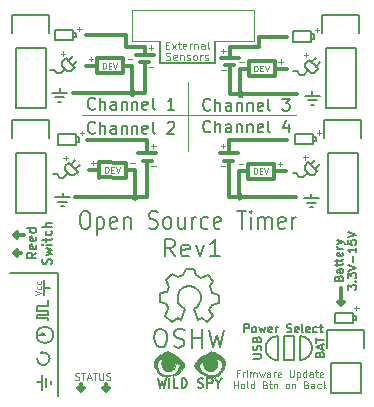
<source format=gto>
G04 #@! TF.FileFunction,Legend,Top*
%FSLAX46Y46*%
G04 Gerber Fmt 4.6, Leading zero omitted, Abs format (unit mm)*
G04 Created by KiCad (PCBNEW 4.0.2+dfsg1-stable) date Fri 12 May 2017 22:14:46 AEST*
%MOMM*%
G01*
G04 APERTURE LIST*
%ADD10C,0.100000*%
%ADD11C,0.300000*%
%ADD12C,0.150000*%
%ADD13C,0.125000*%
%ADD14C,0.200000*%
%ADD15C,0.120000*%
%ADD16C,0.115000*%
%ADD17C,0.110000*%
%ADD18C,0.010000*%
%ADD19C,0.203200*%
G04 APERTURE END LIST*
D10*
D11*
X217297000Y-118999000D02*
X217043000Y-119253000D01*
X217170000Y-118999000D02*
X217297000Y-118999000D01*
X216789000Y-118999000D02*
X217170000Y-118999000D01*
X217043000Y-119253000D02*
X216789000Y-118999000D01*
X217043000Y-117856000D02*
X217043000Y-119253000D01*
D12*
X216809000Y-117019999D02*
X216842333Y-116919999D01*
X216875667Y-116886666D01*
X216942333Y-116853332D01*
X217042333Y-116853332D01*
X217109000Y-116886666D01*
X217142333Y-116919999D01*
X217175667Y-116986666D01*
X217175667Y-117253332D01*
X216475667Y-117253332D01*
X216475667Y-117019999D01*
X216509000Y-116953332D01*
X216542333Y-116919999D01*
X216609000Y-116886666D01*
X216675667Y-116886666D01*
X216742333Y-116919999D01*
X216775667Y-116953332D01*
X216809000Y-117019999D01*
X216809000Y-117253332D01*
X217175667Y-116253332D02*
X216809000Y-116253332D01*
X216742333Y-116286666D01*
X216709000Y-116353332D01*
X216709000Y-116486666D01*
X216742333Y-116553332D01*
X217142333Y-116253332D02*
X217175667Y-116319999D01*
X217175667Y-116486666D01*
X217142333Y-116553332D01*
X217075667Y-116586666D01*
X217009000Y-116586666D01*
X216942333Y-116553332D01*
X216909000Y-116486666D01*
X216909000Y-116319999D01*
X216875667Y-116253332D01*
X216709000Y-116019999D02*
X216709000Y-115753333D01*
X216475667Y-115919999D02*
X217075667Y-115919999D01*
X217142333Y-115886666D01*
X217175667Y-115819999D01*
X217175667Y-115753333D01*
X216709000Y-115619999D02*
X216709000Y-115353333D01*
X216475667Y-115519999D02*
X217075667Y-115519999D01*
X217142333Y-115486666D01*
X217175667Y-115419999D01*
X217175667Y-115353333D01*
X217142333Y-114853333D02*
X217175667Y-114919999D01*
X217175667Y-115053333D01*
X217142333Y-115119999D01*
X217075667Y-115153333D01*
X216809000Y-115153333D01*
X216742333Y-115119999D01*
X216709000Y-115053333D01*
X216709000Y-114919999D01*
X216742333Y-114853333D01*
X216809000Y-114819999D01*
X216875667Y-114819999D01*
X216942333Y-115153333D01*
X217175667Y-114519999D02*
X216709000Y-114519999D01*
X216842333Y-114519999D02*
X216775667Y-114486666D01*
X216742333Y-114453333D01*
X216709000Y-114386666D01*
X216709000Y-114319999D01*
X216709000Y-114153333D02*
X217175667Y-113986666D01*
X216709000Y-113820000D02*
X217175667Y-113986666D01*
X217342333Y-114053333D01*
X217375667Y-114086666D01*
X217409000Y-114153333D01*
X217605667Y-118003334D02*
X217605667Y-117570001D01*
X217872333Y-117803334D01*
X217872333Y-117703334D01*
X217905667Y-117636667D01*
X217939000Y-117603334D01*
X218005667Y-117570001D01*
X218172333Y-117570001D01*
X218239000Y-117603334D01*
X218272333Y-117636667D01*
X218305667Y-117703334D01*
X218305667Y-117903334D01*
X218272333Y-117970001D01*
X218239000Y-118003334D01*
X218239000Y-117270000D02*
X218272333Y-117236667D01*
X218305667Y-117270000D01*
X218272333Y-117303334D01*
X218239000Y-117270000D01*
X218305667Y-117270000D01*
X217605667Y-117003334D02*
X217605667Y-116570001D01*
X217872333Y-116803334D01*
X217872333Y-116703334D01*
X217905667Y-116636667D01*
X217939000Y-116603334D01*
X218005667Y-116570001D01*
X218172333Y-116570001D01*
X218239000Y-116603334D01*
X218272333Y-116636667D01*
X218305667Y-116703334D01*
X218305667Y-116903334D01*
X218272333Y-116970001D01*
X218239000Y-117003334D01*
X217605667Y-116370000D02*
X218305667Y-116136667D01*
X217605667Y-115903334D01*
X218039000Y-115670000D02*
X218039000Y-115136667D01*
X218305667Y-114436667D02*
X218305667Y-114836667D01*
X218305667Y-114636667D02*
X217605667Y-114636667D01*
X217705667Y-114703333D01*
X217772333Y-114770000D01*
X217805667Y-114836667D01*
X217605667Y-113803333D02*
X217605667Y-114136666D01*
X217939000Y-114170000D01*
X217905667Y-114136666D01*
X217872333Y-114070000D01*
X217872333Y-113903333D01*
X217905667Y-113836666D01*
X217939000Y-113803333D01*
X218005667Y-113770000D01*
X218172333Y-113770000D01*
X218239000Y-113803333D01*
X218272333Y-113836666D01*
X218305667Y-113903333D01*
X218305667Y-114070000D01*
X218272333Y-114136666D01*
X218239000Y-114170000D01*
X217605667Y-113569999D02*
X218305667Y-113336666D01*
X217605667Y-113103333D01*
X215215000Y-123452666D02*
X215248333Y-123352666D01*
X215281667Y-123319333D01*
X215348333Y-123285999D01*
X215448333Y-123285999D01*
X215515000Y-123319333D01*
X215548333Y-123352666D01*
X215581667Y-123419333D01*
X215581667Y-123685999D01*
X214881667Y-123685999D01*
X214881667Y-123452666D01*
X214915000Y-123385999D01*
X214948333Y-123352666D01*
X215015000Y-123319333D01*
X215081667Y-123319333D01*
X215148333Y-123352666D01*
X215181667Y-123385999D01*
X215215000Y-123452666D01*
X215215000Y-123685999D01*
X215381667Y-123019333D02*
X215381667Y-122685999D01*
X215581667Y-123085999D02*
X214881667Y-122852666D01*
X215581667Y-122619333D01*
X214881667Y-122485999D02*
X214881667Y-122085999D01*
X215581667Y-122285999D02*
X214881667Y-122285999D01*
D13*
X218122524Y-119542714D02*
X218503476Y-119542714D01*
X218313000Y-119733190D02*
X218313000Y-119352238D01*
D14*
X216507600Y-120832300D02*
X218031600Y-120832300D01*
X218031600Y-119943300D02*
X216507600Y-119943300D01*
X218285600Y-120578300D02*
X218031600Y-120578300D01*
X218031600Y-120197300D02*
X218285600Y-120197300D01*
X218031600Y-120832300D02*
X218031600Y-119943300D01*
X216507600Y-119943300D02*
X216507600Y-120832300D01*
X218285600Y-120197300D02*
X218285600Y-120578300D01*
D12*
X208823334Y-121601667D02*
X208823334Y-120901667D01*
X209090000Y-120901667D01*
X209156667Y-120935000D01*
X209190000Y-120968333D01*
X209223334Y-121035000D01*
X209223334Y-121135000D01*
X209190000Y-121201667D01*
X209156667Y-121235000D01*
X209090000Y-121268333D01*
X208823334Y-121268333D01*
X209623334Y-121601667D02*
X209556667Y-121568333D01*
X209523334Y-121535000D01*
X209490000Y-121468333D01*
X209490000Y-121268333D01*
X209523334Y-121201667D01*
X209556667Y-121168333D01*
X209623334Y-121135000D01*
X209723334Y-121135000D01*
X209790000Y-121168333D01*
X209823334Y-121201667D01*
X209856667Y-121268333D01*
X209856667Y-121468333D01*
X209823334Y-121535000D01*
X209790000Y-121568333D01*
X209723334Y-121601667D01*
X209623334Y-121601667D01*
X210090000Y-121135000D02*
X210223333Y-121601667D01*
X210356667Y-121268333D01*
X210490000Y-121601667D01*
X210623333Y-121135000D01*
X211156666Y-121568333D02*
X211090000Y-121601667D01*
X210956666Y-121601667D01*
X210890000Y-121568333D01*
X210856666Y-121501667D01*
X210856666Y-121235000D01*
X210890000Y-121168333D01*
X210956666Y-121135000D01*
X211090000Y-121135000D01*
X211156666Y-121168333D01*
X211190000Y-121235000D01*
X211190000Y-121301667D01*
X210856666Y-121368333D01*
X211490000Y-121601667D02*
X211490000Y-121135000D01*
X211490000Y-121268333D02*
X211523333Y-121201667D01*
X211556666Y-121168333D01*
X211623333Y-121135000D01*
X211690000Y-121135000D01*
X212423332Y-121568333D02*
X212523332Y-121601667D01*
X212689999Y-121601667D01*
X212756666Y-121568333D01*
X212789999Y-121535000D01*
X212823332Y-121468333D01*
X212823332Y-121401667D01*
X212789999Y-121335000D01*
X212756666Y-121301667D01*
X212689999Y-121268333D01*
X212556666Y-121235000D01*
X212489999Y-121201667D01*
X212456666Y-121168333D01*
X212423332Y-121101667D01*
X212423332Y-121035000D01*
X212456666Y-120968333D01*
X212489999Y-120935000D01*
X212556666Y-120901667D01*
X212723332Y-120901667D01*
X212823332Y-120935000D01*
X213389999Y-121568333D02*
X213323333Y-121601667D01*
X213189999Y-121601667D01*
X213123333Y-121568333D01*
X213089999Y-121501667D01*
X213089999Y-121235000D01*
X213123333Y-121168333D01*
X213189999Y-121135000D01*
X213323333Y-121135000D01*
X213389999Y-121168333D01*
X213423333Y-121235000D01*
X213423333Y-121301667D01*
X213089999Y-121368333D01*
X213823333Y-121601667D02*
X213756666Y-121568333D01*
X213723333Y-121501667D01*
X213723333Y-120901667D01*
X214356666Y-121568333D02*
X214290000Y-121601667D01*
X214156666Y-121601667D01*
X214090000Y-121568333D01*
X214056666Y-121501667D01*
X214056666Y-121235000D01*
X214090000Y-121168333D01*
X214156666Y-121135000D01*
X214290000Y-121135000D01*
X214356666Y-121168333D01*
X214390000Y-121235000D01*
X214390000Y-121301667D01*
X214056666Y-121368333D01*
X214990000Y-121568333D02*
X214923333Y-121601667D01*
X214790000Y-121601667D01*
X214723333Y-121568333D01*
X214690000Y-121535000D01*
X214656666Y-121468333D01*
X214656666Y-121268333D01*
X214690000Y-121201667D01*
X214723333Y-121168333D01*
X214790000Y-121135000D01*
X214923333Y-121135000D01*
X214990000Y-121168333D01*
X215190000Y-121135000D02*
X215456666Y-121135000D01*
X215290000Y-120901667D02*
X215290000Y-121501667D01*
X215323333Y-121568333D01*
X215390000Y-121601667D01*
X215456666Y-121601667D01*
D11*
X197115500Y-126001516D02*
X197115500Y-126554155D01*
X197115500Y-126548200D02*
X197369500Y-126345000D01*
X197369500Y-126345000D02*
X196861500Y-126345000D01*
X197115500Y-126548200D02*
X196861500Y-126345000D01*
X195032700Y-126001516D02*
X195032700Y-126554155D01*
X195032700Y-126548200D02*
X195286700Y-126345000D01*
X195286700Y-126345000D02*
X194778700Y-126345000D01*
X195032700Y-126548200D02*
X194778700Y-126345000D01*
D15*
X194524886Y-125597257D02*
X194610600Y-125625829D01*
X194753457Y-125625829D01*
X194810600Y-125597257D01*
X194839171Y-125568686D01*
X194867743Y-125511543D01*
X194867743Y-125454400D01*
X194839171Y-125397257D01*
X194810600Y-125368686D01*
X194753457Y-125340114D01*
X194639171Y-125311543D01*
X194582029Y-125282971D01*
X194553457Y-125254400D01*
X194524886Y-125197257D01*
X194524886Y-125140114D01*
X194553457Y-125082971D01*
X194582029Y-125054400D01*
X194639171Y-125025829D01*
X194782029Y-125025829D01*
X194867743Y-125054400D01*
X195039172Y-125025829D02*
X195382029Y-125025829D01*
X195210600Y-125625829D02*
X195210600Y-125025829D01*
X195553458Y-125454400D02*
X195839172Y-125454400D01*
X195496315Y-125625829D02*
X195696315Y-125025829D01*
X195896315Y-125625829D01*
X196010601Y-125025829D02*
X196353458Y-125025829D01*
X196182029Y-125625829D02*
X196182029Y-125025829D01*
X196553458Y-125025829D02*
X196553458Y-125511543D01*
X196582030Y-125568686D01*
X196610601Y-125597257D01*
X196667744Y-125625829D01*
X196782030Y-125625829D01*
X196839172Y-125597257D01*
X196867744Y-125568686D01*
X196896315Y-125511543D01*
X196896315Y-125025829D01*
X197153458Y-125597257D02*
X197239172Y-125625829D01*
X197382029Y-125625829D01*
X197439172Y-125597257D01*
X197467743Y-125568686D01*
X197496315Y-125511543D01*
X197496315Y-125454400D01*
X197467743Y-125397257D01*
X197439172Y-125368686D01*
X197382029Y-125340114D01*
X197267743Y-125311543D01*
X197210601Y-125282971D01*
X197182029Y-125254400D01*
X197153458Y-125197257D01*
X197153458Y-125140114D01*
X197182029Y-125082971D01*
X197210601Y-125054400D01*
X197267743Y-125025829D01*
X197410601Y-125025829D01*
X197496315Y-125054400D01*
D11*
X189560200Y-115125500D02*
X189560200Y-114617500D01*
X189357000Y-114871500D02*
X189560200Y-115125500D01*
X189903684Y-114871500D02*
X189351045Y-114871500D01*
X189357000Y-114871500D02*
X189560200Y-114617500D01*
X189560200Y-113588800D02*
X189560200Y-113080800D01*
X189357000Y-113334800D02*
X189560200Y-113588800D01*
X189357000Y-113334800D02*
X189560200Y-113080800D01*
X190220600Y-113334800D02*
X189351045Y-113334800D01*
D14*
X191217905Y-114846000D02*
X190836952Y-115112667D01*
X191217905Y-115303143D02*
X190417905Y-115303143D01*
X190417905Y-114998381D01*
X190456000Y-114922190D01*
X190494095Y-114884095D01*
X190570286Y-114846000D01*
X190684571Y-114846000D01*
X190760762Y-114884095D01*
X190798857Y-114922190D01*
X190836952Y-114998381D01*
X190836952Y-115303143D01*
X191179810Y-114198381D02*
X191217905Y-114274571D01*
X191217905Y-114426952D01*
X191179810Y-114503143D01*
X191103619Y-114541238D01*
X190798857Y-114541238D01*
X190722667Y-114503143D01*
X190684571Y-114426952D01*
X190684571Y-114274571D01*
X190722667Y-114198381D01*
X190798857Y-114160286D01*
X190875048Y-114160286D01*
X190951238Y-114541238D01*
X191179810Y-113512667D02*
X191217905Y-113588857D01*
X191217905Y-113741238D01*
X191179810Y-113817429D01*
X191103619Y-113855524D01*
X190798857Y-113855524D01*
X190722667Y-113817429D01*
X190684571Y-113741238D01*
X190684571Y-113588857D01*
X190722667Y-113512667D01*
X190798857Y-113474572D01*
X190875048Y-113474572D01*
X190951238Y-113855524D01*
X191217905Y-112788858D02*
X190417905Y-112788858D01*
X191179810Y-112788858D02*
X191217905Y-112865048D01*
X191217905Y-113017429D01*
X191179810Y-113093620D01*
X191141714Y-113131715D01*
X191065524Y-113169810D01*
X190836952Y-113169810D01*
X190760762Y-113131715D01*
X190722667Y-113093620D01*
X190684571Y-113017429D01*
X190684571Y-112865048D01*
X190722667Y-112788858D01*
X192499810Y-115817428D02*
X192537905Y-115703142D01*
X192537905Y-115512666D01*
X192499810Y-115436476D01*
X192461714Y-115398380D01*
X192385524Y-115360285D01*
X192309333Y-115360285D01*
X192233143Y-115398380D01*
X192195048Y-115436476D01*
X192156952Y-115512666D01*
X192118857Y-115665047D01*
X192080762Y-115741238D01*
X192042667Y-115779333D01*
X191966476Y-115817428D01*
X191890286Y-115817428D01*
X191814095Y-115779333D01*
X191776000Y-115741238D01*
X191737905Y-115665047D01*
X191737905Y-115474571D01*
X191776000Y-115360285D01*
X192004571Y-115093618D02*
X192537905Y-114941237D01*
X192156952Y-114788856D01*
X192537905Y-114636475D01*
X192004571Y-114484094D01*
X192537905Y-114179333D02*
X192004571Y-114179333D01*
X191737905Y-114179333D02*
X191776000Y-114217428D01*
X191814095Y-114179333D01*
X191776000Y-114141238D01*
X191737905Y-114179333D01*
X191814095Y-114179333D01*
X192004571Y-113912667D02*
X192004571Y-113607905D01*
X191737905Y-113798381D02*
X192423619Y-113798381D01*
X192499810Y-113760286D01*
X192537905Y-113684095D01*
X192537905Y-113607905D01*
X192499810Y-112998381D02*
X192537905Y-113074571D01*
X192537905Y-113226952D01*
X192499810Y-113303143D01*
X192461714Y-113341238D01*
X192385524Y-113379333D01*
X192156952Y-113379333D01*
X192080762Y-113341238D01*
X192042667Y-113303143D01*
X192004571Y-113226952D01*
X192004571Y-113074571D01*
X192042667Y-112998381D01*
X192537905Y-112655524D02*
X191737905Y-112655524D01*
X192537905Y-112312667D02*
X192118857Y-112312667D01*
X192042667Y-112350762D01*
X192004571Y-112426952D01*
X192004571Y-112541238D01*
X192042667Y-112617429D01*
X192080762Y-112655524D01*
D10*
X204089000Y-100380746D02*
X204089000Y-106274105D01*
X195071996Y-103238300D02*
X213245717Y-103238300D01*
D12*
X205956281Y-104573343D02*
X205908662Y-104620962D01*
X205765805Y-104668581D01*
X205670567Y-104668581D01*
X205527709Y-104620962D01*
X205432471Y-104525724D01*
X205384852Y-104430486D01*
X205337233Y-104240010D01*
X205337233Y-104097152D01*
X205384852Y-103906676D01*
X205432471Y-103811438D01*
X205527709Y-103716200D01*
X205670567Y-103668581D01*
X205765805Y-103668581D01*
X205908662Y-103716200D01*
X205956281Y-103763819D01*
X206384852Y-104668581D02*
X206384852Y-103668581D01*
X206813424Y-104668581D02*
X206813424Y-104144771D01*
X206765805Y-104049533D01*
X206670567Y-104001914D01*
X206527709Y-104001914D01*
X206432471Y-104049533D01*
X206384852Y-104097152D01*
X207718186Y-104668581D02*
X207718186Y-104144771D01*
X207670567Y-104049533D01*
X207575329Y-104001914D01*
X207384852Y-104001914D01*
X207289614Y-104049533D01*
X207718186Y-104620962D02*
X207622948Y-104668581D01*
X207384852Y-104668581D01*
X207289614Y-104620962D01*
X207241995Y-104525724D01*
X207241995Y-104430486D01*
X207289614Y-104335248D01*
X207384852Y-104287629D01*
X207622948Y-104287629D01*
X207718186Y-104240010D01*
X208194376Y-104001914D02*
X208194376Y-104668581D01*
X208194376Y-104097152D02*
X208241995Y-104049533D01*
X208337233Y-104001914D01*
X208480091Y-104001914D01*
X208575329Y-104049533D01*
X208622948Y-104144771D01*
X208622948Y-104668581D01*
X209099138Y-104001914D02*
X209099138Y-104668581D01*
X209099138Y-104097152D02*
X209146757Y-104049533D01*
X209241995Y-104001914D01*
X209384853Y-104001914D01*
X209480091Y-104049533D01*
X209527710Y-104144771D01*
X209527710Y-104668581D01*
X210384853Y-104620962D02*
X210289615Y-104668581D01*
X210099138Y-104668581D01*
X210003900Y-104620962D01*
X209956281Y-104525724D01*
X209956281Y-104144771D01*
X210003900Y-104049533D01*
X210099138Y-104001914D01*
X210289615Y-104001914D01*
X210384853Y-104049533D01*
X210432472Y-104144771D01*
X210432472Y-104240010D01*
X209956281Y-104335248D01*
X211003900Y-104668581D02*
X210908662Y-104620962D01*
X210861043Y-104525724D01*
X210861043Y-103668581D01*
X212575330Y-104001914D02*
X212575330Y-104668581D01*
X212337234Y-103620962D02*
X212099139Y-104335248D01*
X212718187Y-104335248D01*
X205956281Y-102731843D02*
X205908662Y-102779462D01*
X205765805Y-102827081D01*
X205670567Y-102827081D01*
X205527709Y-102779462D01*
X205432471Y-102684224D01*
X205384852Y-102588986D01*
X205337233Y-102398510D01*
X205337233Y-102255652D01*
X205384852Y-102065176D01*
X205432471Y-101969938D01*
X205527709Y-101874700D01*
X205670567Y-101827081D01*
X205765805Y-101827081D01*
X205908662Y-101874700D01*
X205956281Y-101922319D01*
X206384852Y-102827081D02*
X206384852Y-101827081D01*
X206813424Y-102827081D02*
X206813424Y-102303271D01*
X206765805Y-102208033D01*
X206670567Y-102160414D01*
X206527709Y-102160414D01*
X206432471Y-102208033D01*
X206384852Y-102255652D01*
X207718186Y-102827081D02*
X207718186Y-102303271D01*
X207670567Y-102208033D01*
X207575329Y-102160414D01*
X207384852Y-102160414D01*
X207289614Y-102208033D01*
X207718186Y-102779462D02*
X207622948Y-102827081D01*
X207384852Y-102827081D01*
X207289614Y-102779462D01*
X207241995Y-102684224D01*
X207241995Y-102588986D01*
X207289614Y-102493748D01*
X207384852Y-102446129D01*
X207622948Y-102446129D01*
X207718186Y-102398510D01*
X208194376Y-102160414D02*
X208194376Y-102827081D01*
X208194376Y-102255652D02*
X208241995Y-102208033D01*
X208337233Y-102160414D01*
X208480091Y-102160414D01*
X208575329Y-102208033D01*
X208622948Y-102303271D01*
X208622948Y-102827081D01*
X209099138Y-102160414D02*
X209099138Y-102827081D01*
X209099138Y-102255652D02*
X209146757Y-102208033D01*
X209241995Y-102160414D01*
X209384853Y-102160414D01*
X209480091Y-102208033D01*
X209527710Y-102303271D01*
X209527710Y-102827081D01*
X210384853Y-102779462D02*
X210289615Y-102827081D01*
X210099138Y-102827081D01*
X210003900Y-102779462D01*
X209956281Y-102684224D01*
X209956281Y-102303271D01*
X210003900Y-102208033D01*
X210099138Y-102160414D01*
X210289615Y-102160414D01*
X210384853Y-102208033D01*
X210432472Y-102303271D01*
X210432472Y-102398510D01*
X209956281Y-102493748D01*
X211003900Y-102827081D02*
X210908662Y-102779462D01*
X210861043Y-102684224D01*
X210861043Y-101827081D01*
X212051520Y-101827081D02*
X212670568Y-101827081D01*
X212337234Y-102208033D01*
X212480092Y-102208033D01*
X212575330Y-102255652D01*
X212622949Y-102303271D01*
X212670568Y-102398510D01*
X212670568Y-102636605D01*
X212622949Y-102731843D01*
X212575330Y-102779462D01*
X212480092Y-102827081D01*
X212194377Y-102827081D01*
X212099139Y-102779462D01*
X212051520Y-102731843D01*
X196202681Y-104674943D02*
X196155062Y-104722562D01*
X196012205Y-104770181D01*
X195916967Y-104770181D01*
X195774109Y-104722562D01*
X195678871Y-104627324D01*
X195631252Y-104532086D01*
X195583633Y-104341610D01*
X195583633Y-104198752D01*
X195631252Y-104008276D01*
X195678871Y-103913038D01*
X195774109Y-103817800D01*
X195916967Y-103770181D01*
X196012205Y-103770181D01*
X196155062Y-103817800D01*
X196202681Y-103865419D01*
X196631252Y-104770181D02*
X196631252Y-103770181D01*
X197059824Y-104770181D02*
X197059824Y-104246371D01*
X197012205Y-104151133D01*
X196916967Y-104103514D01*
X196774109Y-104103514D01*
X196678871Y-104151133D01*
X196631252Y-104198752D01*
X197964586Y-104770181D02*
X197964586Y-104246371D01*
X197916967Y-104151133D01*
X197821729Y-104103514D01*
X197631252Y-104103514D01*
X197536014Y-104151133D01*
X197964586Y-104722562D02*
X197869348Y-104770181D01*
X197631252Y-104770181D01*
X197536014Y-104722562D01*
X197488395Y-104627324D01*
X197488395Y-104532086D01*
X197536014Y-104436848D01*
X197631252Y-104389229D01*
X197869348Y-104389229D01*
X197964586Y-104341610D01*
X198440776Y-104103514D02*
X198440776Y-104770181D01*
X198440776Y-104198752D02*
X198488395Y-104151133D01*
X198583633Y-104103514D01*
X198726491Y-104103514D01*
X198821729Y-104151133D01*
X198869348Y-104246371D01*
X198869348Y-104770181D01*
X199345538Y-104103514D02*
X199345538Y-104770181D01*
X199345538Y-104198752D02*
X199393157Y-104151133D01*
X199488395Y-104103514D01*
X199631253Y-104103514D01*
X199726491Y-104151133D01*
X199774110Y-104246371D01*
X199774110Y-104770181D01*
X200631253Y-104722562D02*
X200536015Y-104770181D01*
X200345538Y-104770181D01*
X200250300Y-104722562D01*
X200202681Y-104627324D01*
X200202681Y-104246371D01*
X200250300Y-104151133D01*
X200345538Y-104103514D01*
X200536015Y-104103514D01*
X200631253Y-104151133D01*
X200678872Y-104246371D01*
X200678872Y-104341610D01*
X200202681Y-104436848D01*
X201250300Y-104770181D02*
X201155062Y-104722562D01*
X201107443Y-104627324D01*
X201107443Y-103770181D01*
X202345539Y-103865419D02*
X202393158Y-103817800D01*
X202488396Y-103770181D01*
X202726492Y-103770181D01*
X202821730Y-103817800D01*
X202869349Y-103865419D01*
X202916968Y-103960657D01*
X202916968Y-104055895D01*
X202869349Y-104198752D01*
X202297920Y-104770181D01*
X202916968Y-104770181D01*
X196202681Y-102642943D02*
X196155062Y-102690562D01*
X196012205Y-102738181D01*
X195916967Y-102738181D01*
X195774109Y-102690562D01*
X195678871Y-102595324D01*
X195631252Y-102500086D01*
X195583633Y-102309610D01*
X195583633Y-102166752D01*
X195631252Y-101976276D01*
X195678871Y-101881038D01*
X195774109Y-101785800D01*
X195916967Y-101738181D01*
X196012205Y-101738181D01*
X196155062Y-101785800D01*
X196202681Y-101833419D01*
X196631252Y-102738181D02*
X196631252Y-101738181D01*
X197059824Y-102738181D02*
X197059824Y-102214371D01*
X197012205Y-102119133D01*
X196916967Y-102071514D01*
X196774109Y-102071514D01*
X196678871Y-102119133D01*
X196631252Y-102166752D01*
X197964586Y-102738181D02*
X197964586Y-102214371D01*
X197916967Y-102119133D01*
X197821729Y-102071514D01*
X197631252Y-102071514D01*
X197536014Y-102119133D01*
X197964586Y-102690562D02*
X197869348Y-102738181D01*
X197631252Y-102738181D01*
X197536014Y-102690562D01*
X197488395Y-102595324D01*
X197488395Y-102500086D01*
X197536014Y-102404848D01*
X197631252Y-102357229D01*
X197869348Y-102357229D01*
X197964586Y-102309610D01*
X198440776Y-102071514D02*
X198440776Y-102738181D01*
X198440776Y-102166752D02*
X198488395Y-102119133D01*
X198583633Y-102071514D01*
X198726491Y-102071514D01*
X198821729Y-102119133D01*
X198869348Y-102214371D01*
X198869348Y-102738181D01*
X199345538Y-102071514D02*
X199345538Y-102738181D01*
X199345538Y-102166752D02*
X199393157Y-102119133D01*
X199488395Y-102071514D01*
X199631253Y-102071514D01*
X199726491Y-102119133D01*
X199774110Y-102214371D01*
X199774110Y-102738181D01*
X200631253Y-102690562D02*
X200536015Y-102738181D01*
X200345538Y-102738181D01*
X200250300Y-102690562D01*
X200202681Y-102595324D01*
X200202681Y-102214371D01*
X200250300Y-102119133D01*
X200345538Y-102071514D01*
X200536015Y-102071514D01*
X200631253Y-102119133D01*
X200678872Y-102214371D01*
X200678872Y-102309610D01*
X200202681Y-102404848D01*
X201250300Y-102738181D02*
X201155062Y-102690562D01*
X201107443Y-102595324D01*
X201107443Y-101738181D01*
X202916968Y-102738181D02*
X202345539Y-102738181D01*
X202631253Y-102738181D02*
X202631253Y-101738181D01*
X202536015Y-101881038D01*
X202440777Y-101976276D01*
X202345539Y-102023895D01*
D16*
X209626240Y-96964500D02*
X206298800Y-96964500D01*
D17*
X201930000Y-94310200D02*
X199339200Y-94310200D01*
X199339200Y-95631000D02*
X199339200Y-94310200D01*
D16*
X200660000Y-96964500D02*
X201726875Y-96964500D01*
D10*
X202163810Y-97277143D02*
X202380477Y-97277143D01*
X202473334Y-97591429D02*
X202163810Y-97591429D01*
X202163810Y-96991429D01*
X202473334Y-96991429D01*
X202690000Y-97591429D02*
X203030476Y-97191429D01*
X202690000Y-97191429D02*
X203030476Y-97591429D01*
X203185238Y-97191429D02*
X203432857Y-97191429D01*
X203278095Y-96991429D02*
X203278095Y-97505714D01*
X203309047Y-97562857D01*
X203370952Y-97591429D01*
X203432857Y-97591429D01*
X203897143Y-97562857D02*
X203835238Y-97591429D01*
X203711429Y-97591429D01*
X203649524Y-97562857D01*
X203618572Y-97505714D01*
X203618572Y-97277143D01*
X203649524Y-97220000D01*
X203711429Y-97191429D01*
X203835238Y-97191429D01*
X203897143Y-97220000D01*
X203928095Y-97277143D01*
X203928095Y-97334286D01*
X203618572Y-97391429D01*
X204206667Y-97591429D02*
X204206667Y-97191429D01*
X204206667Y-97305714D02*
X204237619Y-97248571D01*
X204268572Y-97220000D01*
X204330476Y-97191429D01*
X204392381Y-97191429D01*
X204609048Y-97191429D02*
X204609048Y-97591429D01*
X204609048Y-97248571D02*
X204640000Y-97220000D01*
X204701905Y-97191429D01*
X204794762Y-97191429D01*
X204856667Y-97220000D01*
X204887619Y-97277143D01*
X204887619Y-97591429D01*
X205475714Y-97591429D02*
X205475714Y-97277143D01*
X205444762Y-97220000D01*
X205382857Y-97191429D01*
X205259048Y-97191429D01*
X205197143Y-97220000D01*
X205475714Y-97562857D02*
X205413810Y-97591429D01*
X205259048Y-97591429D01*
X205197143Y-97562857D01*
X205166191Y-97505714D01*
X205166191Y-97448571D01*
X205197143Y-97391429D01*
X205259048Y-97362857D01*
X205413810Y-97362857D01*
X205475714Y-97334286D01*
X205878095Y-97591429D02*
X205816190Y-97562857D01*
X205785238Y-97505714D01*
X205785238Y-96991429D01*
X202210239Y-98502857D02*
X202303096Y-98531429D01*
X202457858Y-98531429D01*
X202519762Y-98502857D01*
X202550715Y-98474286D01*
X202581667Y-98417143D01*
X202581667Y-98360000D01*
X202550715Y-98302857D01*
X202519762Y-98274286D01*
X202457858Y-98245714D01*
X202334048Y-98217143D01*
X202272143Y-98188571D01*
X202241191Y-98160000D01*
X202210239Y-98102857D01*
X202210239Y-98045714D01*
X202241191Y-97988571D01*
X202272143Y-97960000D01*
X202334048Y-97931429D01*
X202488810Y-97931429D01*
X202581667Y-97960000D01*
X203107858Y-98502857D02*
X203045953Y-98531429D01*
X202922144Y-98531429D01*
X202860239Y-98502857D01*
X202829287Y-98445714D01*
X202829287Y-98217143D01*
X202860239Y-98160000D01*
X202922144Y-98131429D01*
X203045953Y-98131429D01*
X203107858Y-98160000D01*
X203138810Y-98217143D01*
X203138810Y-98274286D01*
X202829287Y-98331429D01*
X203417382Y-98131429D02*
X203417382Y-98531429D01*
X203417382Y-98188571D02*
X203448334Y-98160000D01*
X203510239Y-98131429D01*
X203603096Y-98131429D01*
X203665001Y-98160000D01*
X203695953Y-98217143D01*
X203695953Y-98531429D01*
X203974525Y-98502857D02*
X204036429Y-98531429D01*
X204160239Y-98531429D01*
X204222144Y-98502857D01*
X204253096Y-98445714D01*
X204253096Y-98417143D01*
X204222144Y-98360000D01*
X204160239Y-98331429D01*
X204067382Y-98331429D01*
X204005477Y-98302857D01*
X203974525Y-98245714D01*
X203974525Y-98217143D01*
X204005477Y-98160000D01*
X204067382Y-98131429D01*
X204160239Y-98131429D01*
X204222144Y-98160000D01*
X204624524Y-98531429D02*
X204562619Y-98502857D01*
X204531667Y-98474286D01*
X204500715Y-98417143D01*
X204500715Y-98245714D01*
X204531667Y-98188571D01*
X204562619Y-98160000D01*
X204624524Y-98131429D01*
X204717381Y-98131429D01*
X204779286Y-98160000D01*
X204810238Y-98188571D01*
X204841191Y-98245714D01*
X204841191Y-98417143D01*
X204810238Y-98474286D01*
X204779286Y-98502857D01*
X204717381Y-98531429D01*
X204624524Y-98531429D01*
X205119762Y-98531429D02*
X205119762Y-98131429D01*
X205119762Y-98245714D02*
X205150714Y-98188571D01*
X205181667Y-98160000D01*
X205243571Y-98131429D01*
X205305476Y-98131429D01*
X205491191Y-98502857D02*
X205553095Y-98531429D01*
X205676905Y-98531429D01*
X205738810Y-98502857D01*
X205769762Y-98445714D01*
X205769762Y-98417143D01*
X205738810Y-98360000D01*
X205676905Y-98331429D01*
X205584048Y-98331429D01*
X205522143Y-98302857D01*
X205491191Y-98245714D01*
X205491191Y-98217143D01*
X205522143Y-98160000D01*
X205584048Y-98131429D01*
X205676905Y-98131429D01*
X205738810Y-98160000D01*
D14*
X206349600Y-98806000D02*
X206349600Y-97002600D01*
X201676000Y-98806000D02*
X206349600Y-98806000D01*
X201676000Y-97028000D02*
X201676000Y-98806000D01*
D11*
X210083400Y-96621600D02*
X210083400Y-97423538D01*
X207582400Y-97434324D02*
X210083528Y-97434324D01*
X195438784Y-96456500D02*
X198843696Y-96456500D01*
X198843696Y-97472500D02*
X198843696Y-96453632D01*
X198843696Y-97472500D02*
X200418700Y-97472500D01*
X200418700Y-98082766D02*
X200418700Y-97472500D01*
X200418700Y-98742500D02*
X200418700Y-101327812D01*
D13*
X214808724Y-95997514D02*
X215189676Y-95997514D01*
X214999200Y-96187990D02*
X214999200Y-95807038D01*
D14*
X212967200Y-96088800D02*
X212967200Y-96977800D01*
X214491200Y-96342800D02*
X214745200Y-96342800D01*
X214745200Y-96342800D02*
X214745200Y-96723800D01*
X214745200Y-96723800D02*
X214491200Y-96723800D01*
X214491200Y-96977800D02*
X214491200Y-96088800D01*
X214491200Y-96088800D02*
X212967200Y-96088800D01*
X212967200Y-96977800D02*
X214491200Y-96977800D01*
X213932400Y-101575200D02*
X215202400Y-101575200D01*
X214313400Y-98527200D02*
X214948400Y-99162200D01*
X214567400Y-101575200D02*
X214567400Y-101194200D01*
X214884900Y-99098700D02*
X215265900Y-98717700D01*
X214313400Y-98527200D02*
X213995900Y-98844700D01*
D13*
X213868924Y-98118414D02*
X214249876Y-98118414D01*
X214059400Y-98308890D02*
X214059400Y-97927938D01*
D14*
X213995900Y-99162200D02*
X213995900Y-98844700D01*
X213995900Y-99162200D02*
X214440400Y-99606700D01*
X214948400Y-99162200D02*
X215075400Y-99289200D01*
X214440400Y-102337200D02*
X214694400Y-102337200D01*
X214186400Y-101956200D02*
X214948400Y-101956200D01*
X214503900Y-98717700D02*
X214884900Y-98336700D01*
X213868900Y-99797200D02*
X213551400Y-99797200D01*
X214249900Y-99416200D02*
X213868900Y-99797200D01*
X213551400Y-99797200D02*
X213297400Y-99479700D01*
X214757900Y-99606700D02*
X214440400Y-99606700D01*
X215075400Y-99289200D02*
X214757900Y-99606700D01*
D13*
X208407924Y-98689914D02*
X208788876Y-98689914D01*
D11*
X209233400Y-99289200D02*
X208471400Y-99289200D01*
X208471400Y-99289200D02*
X208471400Y-101448200D01*
X207582400Y-98983763D02*
X207582400Y-101448200D01*
X208651005Y-101448200D02*
G75*
G03X208651005Y-101448200I-179605J0D01*
G01*
X209233400Y-98654200D02*
X209233400Y-99924200D01*
X211392400Y-99924200D02*
X211392400Y-98654200D01*
D13*
X209677972Y-99515390D02*
X209677972Y-99015390D01*
X209797019Y-99015390D01*
X209868448Y-99039200D01*
X209916067Y-99086819D01*
X209939876Y-99134438D01*
X209963686Y-99229676D01*
X209963686Y-99301105D01*
X209939876Y-99396343D01*
X209916067Y-99443962D01*
X209868448Y-99491581D01*
X209797019Y-99515390D01*
X209677972Y-99515390D01*
X210177972Y-99253486D02*
X210344638Y-99253486D01*
X210416067Y-99515390D02*
X210177972Y-99515390D01*
X210177972Y-99015390D01*
X210416067Y-99015390D01*
X210558924Y-99015390D02*
X210725591Y-99515390D01*
X210892257Y-99015390D01*
D11*
X209233400Y-99924200D02*
X211392400Y-99924200D01*
X211392400Y-98654200D02*
X209233400Y-98654200D01*
X207582400Y-97434324D02*
X207582400Y-98349400D01*
D13*
X206866924Y-99411114D02*
X207247876Y-99411114D01*
D11*
X206820400Y-98349400D02*
X208344400Y-98349400D01*
D13*
X206866924Y-97760114D02*
X207247876Y-97760114D01*
X207057400Y-97950590D02*
X207057400Y-97569638D01*
D11*
X207201400Y-98984400D02*
X207963400Y-98984400D01*
X212445600Y-96622200D02*
X210083275Y-96622200D01*
D14*
X213297400Y-99479700D02*
X212979900Y-99479700D01*
D11*
X207582400Y-101448200D02*
X213297400Y-101448200D01*
D13*
X211709924Y-98689914D02*
X212090876Y-98689914D01*
X211900400Y-98880390D02*
X211900400Y-98499438D01*
D11*
X211392400Y-99289200D02*
X212408400Y-99289200D01*
D14*
X192845579Y-96891185D02*
X194369579Y-96891185D01*
X194369579Y-96002185D02*
X192845579Y-96002185D01*
D13*
X193290103Y-98006399D02*
X193671055Y-98006399D01*
X193480579Y-98196875D02*
X193480579Y-97815923D01*
D14*
X193925079Y-98605685D02*
X194306079Y-98224685D01*
X192718579Y-99367685D02*
X192401079Y-99367685D01*
X192845579Y-96002185D02*
X192845579Y-96891185D01*
X193417079Y-99050185D02*
X193861579Y-99494685D01*
X193734579Y-98415185D02*
X193417079Y-98732685D01*
X193734579Y-98415185D02*
X194369579Y-99050185D01*
X194179079Y-99494685D02*
X193861579Y-99494685D01*
X193417079Y-99050185D02*
X193417079Y-98732685D01*
X193290079Y-99685185D02*
X192972579Y-99685185D01*
X192845579Y-101717185D02*
X193607579Y-101717185D01*
X192591579Y-101336185D02*
X193861579Y-101336185D01*
X192972579Y-99685185D02*
X192718579Y-99367685D01*
X193671079Y-99304185D02*
X193290079Y-99685185D01*
X193226579Y-101336185D02*
X193226579Y-100955185D01*
X193099579Y-102098185D02*
X193353579Y-102098185D01*
D11*
X199322579Y-99050185D02*
X199322579Y-101327812D01*
X199502184Y-101326500D02*
G75*
G03X199502184Y-101326500I-179605J0D01*
G01*
X200034900Y-98735700D02*
X200796900Y-98735700D01*
D13*
X200733424Y-99162099D02*
X201114376Y-99162099D01*
D14*
X194369579Y-96891185D02*
X194369579Y-96002185D01*
X194369579Y-96256185D02*
X194623579Y-96256185D01*
X194623579Y-96256185D02*
X194623579Y-96637185D01*
X194623579Y-96637185D02*
X194369579Y-96637185D01*
D13*
X194687103Y-95910899D02*
X195068055Y-95910899D01*
X194877579Y-96101375D02*
X194877579Y-95720423D01*
X196846151Y-99276375D02*
X196846151Y-98776375D01*
X196965198Y-98776375D01*
X197036627Y-98800185D01*
X197084246Y-98847804D01*
X197108055Y-98895423D01*
X197131865Y-98990661D01*
X197131865Y-99062090D01*
X197108055Y-99157328D01*
X197084246Y-99204947D01*
X197036627Y-99252566D01*
X196965198Y-99276375D01*
X196846151Y-99276375D01*
X197346151Y-99014471D02*
X197512817Y-99014471D01*
X197584246Y-99276375D02*
X197346151Y-99276375D01*
X197346151Y-98776375D01*
X197584246Y-98776375D01*
X197727103Y-98776375D02*
X197893770Y-99276375D01*
X198060436Y-98776375D01*
D11*
X196351900Y-99675500D02*
X198560579Y-99685185D01*
X196351900Y-98415185D02*
X196351900Y-99685185D01*
X198560579Y-99685185D02*
X198560579Y-98415185D01*
X198560579Y-98415185D02*
X196351900Y-98405500D01*
X199322579Y-99050185D02*
X198560579Y-99050185D01*
D13*
X198955424Y-98441214D02*
X199336376Y-98441214D01*
D11*
X194318578Y-101326500D02*
X200415900Y-101326500D01*
X199653900Y-98100700D02*
X201177900Y-98100700D01*
D13*
X200733424Y-97501414D02*
X201114376Y-97501414D01*
X200923900Y-97691890D02*
X200923900Y-97310938D01*
X195653424Y-98441214D02*
X196034376Y-98441214D01*
X195843900Y-98631690D02*
X195843900Y-98250738D01*
D14*
X194306079Y-98986685D02*
X194687079Y-98605685D01*
X194369579Y-99050185D02*
X194496579Y-99177185D01*
D11*
X195462900Y-99040500D02*
X196351900Y-99040500D01*
D14*
X194496579Y-99177185D02*
X194179079Y-99494685D01*
X193040000Y-116560600D02*
X193040000Y-127000000D01*
X189001400Y-116560600D02*
X193040000Y-116560600D01*
X202942215Y-115169071D02*
X202442215Y-114454786D01*
X202085072Y-115169071D02*
X202085072Y-113669071D01*
X202656500Y-113669071D01*
X202799358Y-113740500D01*
X202870786Y-113811929D01*
X202942215Y-113954786D01*
X202942215Y-114169071D01*
X202870786Y-114311929D01*
X202799358Y-114383357D01*
X202656500Y-114454786D01*
X202085072Y-114454786D01*
X204156500Y-115097643D02*
X204013643Y-115169071D01*
X203727929Y-115169071D01*
X203585072Y-115097643D01*
X203513643Y-114954786D01*
X203513643Y-114383357D01*
X203585072Y-114240500D01*
X203727929Y-114169071D01*
X204013643Y-114169071D01*
X204156500Y-114240500D01*
X204227929Y-114383357D01*
X204227929Y-114526214D01*
X203513643Y-114669071D01*
X204727929Y-114169071D02*
X205085072Y-115169071D01*
X205442214Y-114169071D01*
X206799357Y-115169071D02*
X205942214Y-115169071D01*
X206370786Y-115169071D02*
X206370786Y-113669071D01*
X206227929Y-113883357D01*
X206085071Y-114026214D01*
X205942214Y-114097643D01*
X195235025Y-111332271D02*
X195482644Y-111332271D01*
X195606453Y-111403700D01*
X195730263Y-111546557D01*
X195792168Y-111832271D01*
X195792168Y-112332271D01*
X195730263Y-112617986D01*
X195606453Y-112760843D01*
X195482644Y-112832271D01*
X195235025Y-112832271D01*
X195111215Y-112760843D01*
X194987406Y-112617986D01*
X194925501Y-112332271D01*
X194925501Y-111832271D01*
X194987406Y-111546557D01*
X195111215Y-111403700D01*
X195235025Y-111332271D01*
X196349311Y-111832271D02*
X196349311Y-113332271D01*
X196349311Y-111903700D02*
X196473120Y-111832271D01*
X196720739Y-111832271D01*
X196844549Y-111903700D01*
X196906454Y-111975129D01*
X196968358Y-112117986D01*
X196968358Y-112546557D01*
X196906454Y-112689414D01*
X196844549Y-112760843D01*
X196720739Y-112832271D01*
X196473120Y-112832271D01*
X196349311Y-112760843D01*
X198020739Y-112760843D02*
X197896929Y-112832271D01*
X197649310Y-112832271D01*
X197525501Y-112760843D01*
X197463596Y-112617986D01*
X197463596Y-112046557D01*
X197525501Y-111903700D01*
X197649310Y-111832271D01*
X197896929Y-111832271D01*
X198020739Y-111903700D01*
X198082644Y-112046557D01*
X198082644Y-112189414D01*
X197463596Y-112332271D01*
X198639787Y-111832271D02*
X198639787Y-112832271D01*
X198639787Y-111975129D02*
X198701692Y-111903700D01*
X198825501Y-111832271D01*
X199011215Y-111832271D01*
X199135025Y-111903700D01*
X199196930Y-112046557D01*
X199196930Y-112832271D01*
X200744548Y-112760843D02*
X200930262Y-112832271D01*
X201239786Y-112832271D01*
X201363596Y-112760843D01*
X201425500Y-112689414D01*
X201487405Y-112546557D01*
X201487405Y-112403700D01*
X201425500Y-112260843D01*
X201363596Y-112189414D01*
X201239786Y-112117986D01*
X200992167Y-112046557D01*
X200868358Y-111975129D01*
X200806453Y-111903700D01*
X200744548Y-111760843D01*
X200744548Y-111617986D01*
X200806453Y-111475129D01*
X200868358Y-111403700D01*
X200992167Y-111332271D01*
X201301691Y-111332271D01*
X201487405Y-111403700D01*
X202230262Y-112832271D02*
X202106453Y-112760843D01*
X202044548Y-112689414D01*
X201982643Y-112546557D01*
X201982643Y-112117986D01*
X202044548Y-111975129D01*
X202106453Y-111903700D01*
X202230262Y-111832271D01*
X202415976Y-111832271D01*
X202539786Y-111903700D01*
X202601691Y-111975129D01*
X202663595Y-112117986D01*
X202663595Y-112546557D01*
X202601691Y-112689414D01*
X202539786Y-112760843D01*
X202415976Y-112832271D01*
X202230262Y-112832271D01*
X203777881Y-111832271D02*
X203777881Y-112832271D01*
X203220738Y-111832271D02*
X203220738Y-112617986D01*
X203282643Y-112760843D01*
X203406452Y-112832271D01*
X203592166Y-112832271D01*
X203715976Y-112760843D01*
X203777881Y-112689414D01*
X204396928Y-112832271D02*
X204396928Y-111832271D01*
X204396928Y-112117986D02*
X204458833Y-111975129D01*
X204520737Y-111903700D01*
X204644547Y-111832271D01*
X204768356Y-111832271D01*
X205758833Y-112760843D02*
X205635023Y-112832271D01*
X205387404Y-112832271D01*
X205263595Y-112760843D01*
X205201690Y-112689414D01*
X205139785Y-112546557D01*
X205139785Y-112117986D01*
X205201690Y-111975129D01*
X205263595Y-111903700D01*
X205387404Y-111832271D01*
X205635023Y-111832271D01*
X205758833Y-111903700D01*
X206811214Y-112760843D02*
X206687404Y-112832271D01*
X206439785Y-112832271D01*
X206315976Y-112760843D01*
X206254071Y-112617986D01*
X206254071Y-112046557D01*
X206315976Y-111903700D01*
X206439785Y-111832271D01*
X206687404Y-111832271D01*
X206811214Y-111903700D01*
X206873119Y-112046557D01*
X206873119Y-112189414D01*
X206254071Y-112332271D01*
X208235024Y-111332271D02*
X208977881Y-111332271D01*
X208606452Y-112832271D02*
X208606452Y-111332271D01*
X209411214Y-112832271D02*
X209411214Y-111832271D01*
X209411214Y-111332271D02*
X209349309Y-111403700D01*
X209411214Y-111475129D01*
X209473119Y-111403700D01*
X209411214Y-111332271D01*
X209411214Y-111475129D01*
X210030262Y-112832271D02*
X210030262Y-111832271D01*
X210030262Y-111975129D02*
X210092167Y-111903700D01*
X210215976Y-111832271D01*
X210401690Y-111832271D01*
X210525500Y-111903700D01*
X210587405Y-112046557D01*
X210587405Y-112832271D01*
X210587405Y-112046557D02*
X210649309Y-111903700D01*
X210773119Y-111832271D01*
X210958833Y-111832271D01*
X211082643Y-111903700D01*
X211144548Y-112046557D01*
X211144548Y-112832271D01*
X212258833Y-112760843D02*
X212135023Y-112832271D01*
X211887404Y-112832271D01*
X211763595Y-112760843D01*
X211701690Y-112617986D01*
X211701690Y-112046557D01*
X211763595Y-111903700D01*
X211887404Y-111832271D01*
X212135023Y-111832271D01*
X212258833Y-111903700D01*
X212320738Y-112046557D01*
X212320738Y-112189414D01*
X211701690Y-112332271D01*
X212877881Y-112832271D02*
X212877881Y-111832271D01*
X212877881Y-112117986D02*
X212939786Y-111975129D01*
X213001690Y-111903700D01*
X213125500Y-111832271D01*
X213249309Y-111832271D01*
D12*
X209547667Y-123819333D02*
X210114333Y-123819333D01*
X210181000Y-123786000D01*
X210214333Y-123752667D01*
X210247667Y-123686000D01*
X210247667Y-123552667D01*
X210214333Y-123486000D01*
X210181000Y-123452667D01*
X210114333Y-123419333D01*
X209547667Y-123419333D01*
X210214333Y-123119334D02*
X210247667Y-123019334D01*
X210247667Y-122852667D01*
X210214333Y-122786000D01*
X210181000Y-122752667D01*
X210114333Y-122719334D01*
X210047667Y-122719334D01*
X209981000Y-122752667D01*
X209947667Y-122786000D01*
X209914333Y-122852667D01*
X209881000Y-122986000D01*
X209847667Y-123052667D01*
X209814333Y-123086000D01*
X209747667Y-123119334D01*
X209681000Y-123119334D01*
X209614333Y-123086000D01*
X209581000Y-123052667D01*
X209547667Y-122986000D01*
X209547667Y-122819334D01*
X209581000Y-122719334D01*
X209881000Y-122186000D02*
X209914333Y-122086000D01*
X209947667Y-122052667D01*
X210014333Y-122019333D01*
X210114333Y-122019333D01*
X210181000Y-122052667D01*
X210214333Y-122086000D01*
X210247667Y-122152667D01*
X210247667Y-122419333D01*
X209547667Y-122419333D01*
X209547667Y-122186000D01*
X209581000Y-122119333D01*
X209614333Y-122086000D01*
X209681000Y-122052667D01*
X209747667Y-122052667D01*
X209814333Y-122086000D01*
X209847667Y-122119333D01*
X209881000Y-122186000D01*
X209881000Y-122419333D01*
D15*
X208378857Y-125080143D02*
X208178857Y-125080143D01*
X208178857Y-125394429D02*
X208178857Y-124794429D01*
X208464571Y-124794429D01*
X208693143Y-125394429D02*
X208693143Y-124994429D01*
X208693143Y-125108714D02*
X208721715Y-125051571D01*
X208750286Y-125023000D01*
X208807429Y-124994429D01*
X208864572Y-124994429D01*
X209064572Y-125394429D02*
X209064572Y-124994429D01*
X209064572Y-124794429D02*
X209036001Y-124823000D01*
X209064572Y-124851571D01*
X209093144Y-124823000D01*
X209064572Y-124794429D01*
X209064572Y-124851571D01*
X209350286Y-125394429D02*
X209350286Y-124994429D01*
X209350286Y-125051571D02*
X209378858Y-125023000D01*
X209436000Y-124994429D01*
X209521715Y-124994429D01*
X209578858Y-125023000D01*
X209607429Y-125080143D01*
X209607429Y-125394429D01*
X209607429Y-125080143D02*
X209636000Y-125023000D01*
X209693143Y-124994429D01*
X209778858Y-124994429D01*
X209836000Y-125023000D01*
X209864572Y-125080143D01*
X209864572Y-125394429D01*
X210093143Y-124994429D02*
X210207429Y-125394429D01*
X210321715Y-125108714D01*
X210436000Y-125394429D01*
X210550286Y-124994429D01*
X211036000Y-125394429D02*
X211036000Y-125080143D01*
X211007429Y-125023000D01*
X210950286Y-124994429D01*
X210836000Y-124994429D01*
X210778857Y-125023000D01*
X211036000Y-125365857D02*
X210978857Y-125394429D01*
X210836000Y-125394429D01*
X210778857Y-125365857D01*
X210750286Y-125308714D01*
X210750286Y-125251571D01*
X210778857Y-125194429D01*
X210836000Y-125165857D01*
X210978857Y-125165857D01*
X211036000Y-125137286D01*
X211321714Y-125394429D02*
X211321714Y-124994429D01*
X211321714Y-125108714D02*
X211350286Y-125051571D01*
X211378857Y-125023000D01*
X211436000Y-124994429D01*
X211493143Y-124994429D01*
X211921715Y-125365857D02*
X211864572Y-125394429D01*
X211750286Y-125394429D01*
X211693143Y-125365857D01*
X211664572Y-125308714D01*
X211664572Y-125080143D01*
X211693143Y-125023000D01*
X211750286Y-124994429D01*
X211864572Y-124994429D01*
X211921715Y-125023000D01*
X211950286Y-125080143D01*
X211950286Y-125137286D01*
X211664572Y-125194429D01*
X212664572Y-124794429D02*
X212664572Y-125280143D01*
X212693144Y-125337286D01*
X212721715Y-125365857D01*
X212778858Y-125394429D01*
X212893144Y-125394429D01*
X212950286Y-125365857D01*
X212978858Y-125337286D01*
X213007429Y-125280143D01*
X213007429Y-124794429D01*
X213293143Y-124994429D02*
X213293143Y-125594429D01*
X213293143Y-125023000D02*
X213350286Y-124994429D01*
X213464572Y-124994429D01*
X213521715Y-125023000D01*
X213550286Y-125051571D01*
X213578857Y-125108714D01*
X213578857Y-125280143D01*
X213550286Y-125337286D01*
X213521715Y-125365857D01*
X213464572Y-125394429D01*
X213350286Y-125394429D01*
X213293143Y-125365857D01*
X214093143Y-125394429D02*
X214093143Y-124794429D01*
X214093143Y-125365857D02*
X214036000Y-125394429D01*
X213921714Y-125394429D01*
X213864572Y-125365857D01*
X213836000Y-125337286D01*
X213807429Y-125280143D01*
X213807429Y-125108714D01*
X213836000Y-125051571D01*
X213864572Y-125023000D01*
X213921714Y-124994429D01*
X214036000Y-124994429D01*
X214093143Y-125023000D01*
X214636000Y-125394429D02*
X214636000Y-125080143D01*
X214607429Y-125023000D01*
X214550286Y-124994429D01*
X214436000Y-124994429D01*
X214378857Y-125023000D01*
X214636000Y-125365857D02*
X214578857Y-125394429D01*
X214436000Y-125394429D01*
X214378857Y-125365857D01*
X214350286Y-125308714D01*
X214350286Y-125251571D01*
X214378857Y-125194429D01*
X214436000Y-125165857D01*
X214578857Y-125165857D01*
X214636000Y-125137286D01*
X214836000Y-124994429D02*
X215064571Y-124994429D01*
X214921714Y-124794429D02*
X214921714Y-125308714D01*
X214950286Y-125365857D01*
X215007428Y-125394429D01*
X215064571Y-125394429D01*
X215493143Y-125365857D02*
X215436000Y-125394429D01*
X215321714Y-125394429D01*
X215264571Y-125365857D01*
X215236000Y-125308714D01*
X215236000Y-125080143D01*
X215264571Y-125023000D01*
X215321714Y-124994429D01*
X215436000Y-124994429D01*
X215493143Y-125023000D01*
X215521714Y-125080143D01*
X215521714Y-125137286D01*
X215236000Y-125194429D01*
X207921715Y-126354429D02*
X207921715Y-125754429D01*
X207921715Y-126040143D02*
X208264572Y-126040143D01*
X208264572Y-126354429D02*
X208264572Y-125754429D01*
X208636000Y-126354429D02*
X208578858Y-126325857D01*
X208550286Y-126297286D01*
X208521715Y-126240143D01*
X208521715Y-126068714D01*
X208550286Y-126011571D01*
X208578858Y-125983000D01*
X208636000Y-125954429D01*
X208721715Y-125954429D01*
X208778858Y-125983000D01*
X208807429Y-126011571D01*
X208836000Y-126068714D01*
X208836000Y-126240143D01*
X208807429Y-126297286D01*
X208778858Y-126325857D01*
X208721715Y-126354429D01*
X208636000Y-126354429D01*
X209178857Y-126354429D02*
X209121715Y-126325857D01*
X209093143Y-126268714D01*
X209093143Y-125754429D01*
X209664572Y-126354429D02*
X209664572Y-125754429D01*
X209664572Y-126325857D02*
X209607429Y-126354429D01*
X209493143Y-126354429D01*
X209436001Y-126325857D01*
X209407429Y-126297286D01*
X209378858Y-126240143D01*
X209378858Y-126068714D01*
X209407429Y-126011571D01*
X209436001Y-125983000D01*
X209493143Y-125954429D01*
X209607429Y-125954429D01*
X209664572Y-125983000D01*
X210607429Y-126040143D02*
X210693143Y-126068714D01*
X210721715Y-126097286D01*
X210750286Y-126154429D01*
X210750286Y-126240143D01*
X210721715Y-126297286D01*
X210693143Y-126325857D01*
X210636001Y-126354429D01*
X210407429Y-126354429D01*
X210407429Y-125754429D01*
X210607429Y-125754429D01*
X210664572Y-125783000D01*
X210693143Y-125811571D01*
X210721715Y-125868714D01*
X210721715Y-125925857D01*
X210693143Y-125983000D01*
X210664572Y-126011571D01*
X210607429Y-126040143D01*
X210407429Y-126040143D01*
X210921715Y-125954429D02*
X211150286Y-125954429D01*
X211007429Y-125754429D02*
X211007429Y-126268714D01*
X211036001Y-126325857D01*
X211093143Y-126354429D01*
X211150286Y-126354429D01*
X211350286Y-125954429D02*
X211350286Y-126354429D01*
X211350286Y-126011571D02*
X211378858Y-125983000D01*
X211436000Y-125954429D01*
X211521715Y-125954429D01*
X211578858Y-125983000D01*
X211607429Y-126040143D01*
X211607429Y-126354429D01*
X212436000Y-126354429D02*
X212378858Y-126325857D01*
X212350286Y-126297286D01*
X212321715Y-126240143D01*
X212321715Y-126068714D01*
X212350286Y-126011571D01*
X212378858Y-125983000D01*
X212436000Y-125954429D01*
X212521715Y-125954429D01*
X212578858Y-125983000D01*
X212607429Y-126011571D01*
X212636000Y-126068714D01*
X212636000Y-126240143D01*
X212607429Y-126297286D01*
X212578858Y-126325857D01*
X212521715Y-126354429D01*
X212436000Y-126354429D01*
X212893143Y-125954429D02*
X212893143Y-126354429D01*
X212893143Y-126011571D02*
X212921715Y-125983000D01*
X212978857Y-125954429D01*
X213064572Y-125954429D01*
X213121715Y-125983000D01*
X213150286Y-126040143D01*
X213150286Y-126354429D01*
X214093143Y-126040143D02*
X214178857Y-126068714D01*
X214207429Y-126097286D01*
X214236000Y-126154429D01*
X214236000Y-126240143D01*
X214207429Y-126297286D01*
X214178857Y-126325857D01*
X214121715Y-126354429D01*
X213893143Y-126354429D01*
X213893143Y-125754429D01*
X214093143Y-125754429D01*
X214150286Y-125783000D01*
X214178857Y-125811571D01*
X214207429Y-125868714D01*
X214207429Y-125925857D01*
X214178857Y-125983000D01*
X214150286Y-126011571D01*
X214093143Y-126040143D01*
X213893143Y-126040143D01*
X214750286Y-126354429D02*
X214750286Y-126040143D01*
X214721715Y-125983000D01*
X214664572Y-125954429D01*
X214550286Y-125954429D01*
X214493143Y-125983000D01*
X214750286Y-126325857D02*
X214693143Y-126354429D01*
X214550286Y-126354429D01*
X214493143Y-126325857D01*
X214464572Y-126268714D01*
X214464572Y-126211571D01*
X214493143Y-126154429D01*
X214550286Y-126125857D01*
X214693143Y-126125857D01*
X214750286Y-126097286D01*
X215293143Y-126325857D02*
X215236000Y-126354429D01*
X215121714Y-126354429D01*
X215064572Y-126325857D01*
X215036000Y-126297286D01*
X215007429Y-126240143D01*
X215007429Y-126068714D01*
X215036000Y-126011571D01*
X215064572Y-125983000D01*
X215121714Y-125954429D01*
X215236000Y-125954429D01*
X215293143Y-125983000D01*
X215550286Y-126354429D02*
X215550286Y-125754429D01*
X215607429Y-126125857D02*
X215778858Y-126354429D01*
X215778858Y-125954429D02*
X215550286Y-126183000D01*
D13*
X195869324Y-107255014D02*
X196250276Y-107255014D01*
X196059800Y-107445490D02*
X196059800Y-107064538D01*
D11*
X200631800Y-105314300D02*
X195551800Y-105314300D01*
D13*
X199171324Y-107255014D02*
X199552276Y-107255014D01*
D11*
X200631800Y-105314300D02*
X200631800Y-106457300D01*
X198776479Y-107228985D02*
X196567800Y-107219300D01*
D14*
X194521979Y-107800485D02*
X194902979Y-107419485D01*
D11*
X194534478Y-110140300D02*
X200631800Y-110140300D01*
X195678800Y-107854300D02*
X196567800Y-107854300D01*
X196567800Y-108489300D02*
X198776479Y-108498985D01*
D13*
X197062051Y-108090175D02*
X197062051Y-107590175D01*
X197181098Y-107590175D01*
X197252527Y-107613985D01*
X197300146Y-107661604D01*
X197323955Y-107709223D01*
X197347765Y-107804461D01*
X197347765Y-107875890D01*
X197323955Y-107971128D01*
X197300146Y-108018747D01*
X197252527Y-108066366D01*
X197181098Y-108090175D01*
X197062051Y-108090175D01*
X197562051Y-107828271D02*
X197728717Y-107828271D01*
X197800146Y-108090175D02*
X197562051Y-108090175D01*
X197562051Y-107590175D01*
X197800146Y-107590175D01*
X197943003Y-107590175D02*
X198109670Y-108090175D01*
X198276336Y-107590175D01*
D11*
X196567800Y-107228985D02*
X196567800Y-108498985D01*
X199718084Y-110140300D02*
G75*
G03X199718084Y-110140300I-179605J0D01*
G01*
D14*
X193632979Y-107863985D02*
X193632979Y-107546485D01*
X193950479Y-107228985D02*
X194585479Y-107863985D01*
X194140979Y-107419485D02*
X194521979Y-107038485D01*
X194839479Y-105450985D02*
X194585479Y-105450985D01*
X193950479Y-107228985D02*
X193632979Y-107546485D01*
X194394979Y-108308485D02*
X194077479Y-108308485D01*
X193632979Y-107863985D02*
X194077479Y-108308485D01*
X194712479Y-107990985D02*
X194394979Y-108308485D01*
X194585479Y-107863985D02*
X194712479Y-107990985D01*
D11*
X200631800Y-107092300D02*
X200631800Y-110140300D01*
X199538479Y-107863985D02*
X198776479Y-107863985D01*
X198776479Y-108498985D02*
X198776479Y-107228985D01*
X199538479Y-107863985D02*
X199538479Y-110141612D01*
X206769600Y-106426600D02*
X208293600Y-106426600D01*
D13*
X206816124Y-107488314D02*
X207197076Y-107488314D01*
X206816124Y-105837314D02*
X207197076Y-105837314D01*
X207006600Y-106027790D02*
X207006600Y-105646838D01*
D11*
X207150600Y-107061600D02*
X207912600Y-107061600D01*
X211341600Y-107950600D02*
X212357600Y-107950600D01*
X212484600Y-105283600D02*
X207531600Y-105283600D01*
D13*
X211659124Y-107351314D02*
X212040076Y-107351314D01*
X211849600Y-107541790D02*
X211849600Y-107160838D01*
D11*
X207531600Y-105283600D02*
X207531600Y-106426600D01*
D13*
X208357124Y-107351314D02*
X208738076Y-107351314D01*
D11*
X199869800Y-106457300D02*
X201393800Y-106457300D01*
D13*
X200949324Y-105858014D02*
X201330276Y-105858014D01*
X201139800Y-106048490D02*
X201139800Y-105667538D01*
D11*
X200250800Y-107092300D02*
X201012800Y-107092300D01*
D13*
X200949324Y-107518699D02*
X201330276Y-107518699D01*
D11*
X211341600Y-107315600D02*
X209182600Y-107315600D01*
D13*
X209627172Y-108176790D02*
X209627172Y-107676790D01*
X209746219Y-107676790D01*
X209817648Y-107700600D01*
X209865267Y-107748219D01*
X209889076Y-107795838D01*
X209912886Y-107891076D01*
X209912886Y-107962505D01*
X209889076Y-108057743D01*
X209865267Y-108105362D01*
X209817648Y-108152981D01*
X209746219Y-108176790D01*
X209627172Y-108176790D01*
X210127172Y-107914886D02*
X210293838Y-107914886D01*
X210365267Y-108176790D02*
X210127172Y-108176790D01*
X210127172Y-107676790D01*
X210365267Y-107676790D01*
X210508124Y-107676790D02*
X210674791Y-108176790D01*
X210841457Y-107676790D01*
D11*
X209182600Y-108585600D02*
X211341600Y-108585600D01*
X211341600Y-108585600D02*
X211341600Y-107315600D01*
X209182600Y-107315600D02*
X209182600Y-108585600D01*
D14*
X213246600Y-108141100D02*
X212929100Y-108141100D01*
D11*
X207531600Y-110109600D02*
X213246600Y-110109600D01*
X207531600Y-107061600D02*
X207531600Y-110109600D01*
X209182600Y-107950600D02*
X208420600Y-107950600D01*
X208420600Y-107950600D02*
X208420600Y-110109600D01*
X208600205Y-110109600D02*
G75*
G03X208600205Y-110109600I-179605J0D01*
G01*
D14*
X194839479Y-105069985D02*
X194839479Y-105450985D01*
X194585479Y-104815985D02*
X193061479Y-104815985D01*
X194585479Y-105069985D02*
X194839479Y-105069985D01*
X193061479Y-105704985D02*
X194585479Y-105704985D01*
X193061479Y-104815985D02*
X193061479Y-105704985D01*
D13*
X194903003Y-104724699D02*
X195283955Y-104724699D01*
X195093479Y-104915175D02*
X195093479Y-104534223D01*
D14*
X194585479Y-105704985D02*
X194585479Y-104815985D01*
D13*
X193506003Y-106820199D02*
X193886955Y-106820199D01*
X193696479Y-107010675D02*
X193696479Y-106629723D01*
D14*
X193442479Y-110149985D02*
X193442479Y-109768985D01*
X193886979Y-108117985D02*
X193505979Y-108498985D01*
X193188479Y-108498985D02*
X192934479Y-108181485D01*
X192807479Y-110149985D02*
X194077479Y-110149985D01*
X193315479Y-110911985D02*
X193569479Y-110911985D01*
X192934479Y-108181485D02*
X192616979Y-108181485D01*
X193061479Y-110530985D02*
X193823479Y-110530985D01*
X193505979Y-108498985D02*
X193188479Y-108498985D01*
X214262600Y-107188600D02*
X213945100Y-107506100D01*
X214453100Y-107379100D02*
X214834100Y-106998100D01*
D13*
X213818124Y-106779814D02*
X214199076Y-106779814D01*
X214008600Y-106970290D02*
X214008600Y-106589338D01*
D14*
X213945100Y-107823600D02*
X213945100Y-107506100D01*
D13*
X214961124Y-104684314D02*
X215342076Y-104684314D01*
X215151600Y-104874790D02*
X215151600Y-104493838D01*
D14*
X214897600Y-105029600D02*
X214897600Y-105410600D01*
X214897600Y-105410600D02*
X214643600Y-105410600D01*
X214643600Y-105029600D02*
X214897600Y-105029600D01*
X213119600Y-105664600D02*
X214643600Y-105664600D01*
X214643600Y-104775600D02*
X213119600Y-104775600D01*
X213119600Y-104775600D02*
X213119600Y-105664600D01*
X214643600Y-105664600D02*
X214643600Y-104775600D01*
X213945100Y-107823600D02*
X214389600Y-108268100D01*
X214262600Y-107188600D02*
X214897600Y-107823600D01*
X214834100Y-107760100D02*
X215215100Y-107379100D01*
X214897600Y-107823600D02*
X215024600Y-107950600D01*
X215024600Y-107950600D02*
X214707100Y-108268100D01*
X214707100Y-108268100D02*
X214389600Y-108268100D01*
X213881600Y-110236600D02*
X215151600Y-110236600D01*
X213500600Y-108458600D02*
X213246600Y-108141100D01*
X214135600Y-110617600D02*
X214897600Y-110617600D01*
X214389600Y-110998600D02*
X214643600Y-110998600D01*
X213818100Y-108458600D02*
X213500600Y-108458600D01*
X214516600Y-110236600D02*
X214516600Y-109855600D01*
X214199100Y-108077600D02*
X213818100Y-108458600D01*
X201495286Y-125489305D02*
X201685762Y-126289305D01*
X201838143Y-125717876D01*
X201990524Y-126289305D01*
X202181000Y-125489305D01*
X202485762Y-126289305D02*
X202485762Y-125489305D01*
X203247667Y-126289305D02*
X202866714Y-126289305D01*
X202866714Y-125489305D01*
X203514333Y-126289305D02*
X203514333Y-125489305D01*
X203704809Y-125489305D01*
X203819095Y-125527400D01*
X203895286Y-125603590D01*
X203933381Y-125679781D01*
X203971476Y-125832162D01*
X203971476Y-125946448D01*
X203933381Y-126098829D01*
X203895286Y-126175019D01*
X203819095Y-126251210D01*
X203704809Y-126289305D01*
X203514333Y-126289305D01*
X204885762Y-126251210D02*
X205000048Y-126289305D01*
X205190524Y-126289305D01*
X205266714Y-126251210D01*
X205304810Y-126213114D01*
X205342905Y-126136924D01*
X205342905Y-126060733D01*
X205304810Y-125984543D01*
X205266714Y-125946448D01*
X205190524Y-125908352D01*
X205038143Y-125870257D01*
X204961952Y-125832162D01*
X204923857Y-125794067D01*
X204885762Y-125717876D01*
X204885762Y-125641686D01*
X204923857Y-125565495D01*
X204961952Y-125527400D01*
X205038143Y-125489305D01*
X205228619Y-125489305D01*
X205342905Y-125527400D01*
X205685762Y-126289305D02*
X205685762Y-125489305D01*
X205990524Y-125489305D01*
X206066715Y-125527400D01*
X206104810Y-125565495D01*
X206142905Y-125641686D01*
X206142905Y-125755971D01*
X206104810Y-125832162D01*
X206066715Y-125870257D01*
X205990524Y-125908352D01*
X205685762Y-125908352D01*
X206638143Y-125908352D02*
X206638143Y-126289305D01*
X206371476Y-125489305D02*
X206638143Y-125908352D01*
X206904810Y-125489305D01*
D12*
X189484000Y-106426000D02*
X189484000Y-111506000D01*
X189484000Y-111506000D02*
X192024000Y-111506000D01*
X192024000Y-111506000D02*
X192024000Y-106426000D01*
X192304000Y-103606000D02*
X192304000Y-105156000D01*
X192024000Y-106426000D02*
X189484000Y-106426000D01*
X189204000Y-105156000D02*
X189204000Y-103606000D01*
X189204000Y-103606000D02*
X192304000Y-103606000D01*
X218694000Y-124206000D02*
X218694000Y-126746000D01*
X218974000Y-121386000D02*
X218974000Y-122936000D01*
X218694000Y-124206000D02*
X216154000Y-124206000D01*
X215874000Y-122936000D02*
X215874000Y-121386000D01*
X215874000Y-121386000D02*
X218974000Y-121386000D01*
X216154000Y-124206000D02*
X216154000Y-126746000D01*
X216154000Y-126746000D02*
X218694000Y-126746000D01*
X215720000Y-97536000D02*
X215720000Y-102616000D01*
X215720000Y-102616000D02*
X218260000Y-102616000D01*
X218260000Y-102616000D02*
X218260000Y-97536000D01*
X218540000Y-94716000D02*
X218540000Y-96266000D01*
X218260000Y-97536000D02*
X215720000Y-97536000D01*
X215440000Y-96266000D02*
X215440000Y-94716000D01*
X215440000Y-94716000D02*
X218540000Y-94716000D01*
D18*
G36*
X202420717Y-123258072D02*
X202592320Y-123355700D01*
X202592736Y-123355952D01*
X202769846Y-123452836D01*
X202947815Y-123534506D01*
X203023040Y-123562346D01*
X203157436Y-123636660D01*
X203320383Y-123770798D01*
X203486583Y-123938432D01*
X203630736Y-124113230D01*
X203727545Y-124268862D01*
X203745750Y-124314534D01*
X203737790Y-124452920D01*
X203644391Y-124630173D01*
X203470255Y-124838287D01*
X203393143Y-124914988D01*
X203266352Y-125016891D01*
X203116448Y-125110874D01*
X202974717Y-125180045D01*
X202872444Y-125207510D01*
X202855200Y-125205445D01*
X202792317Y-125212717D01*
X202666325Y-125241113D01*
X202511171Y-125281720D01*
X202360805Y-125325621D01*
X202249174Y-125363902D01*
X202244455Y-125365824D01*
X202159604Y-125359728D01*
X202130197Y-125316673D01*
X202078791Y-125260764D01*
X201971841Y-125261701D01*
X201945841Y-125266990D01*
X201827794Y-125276409D01*
X201793400Y-125242638D01*
X201762461Y-125208670D01*
X201742210Y-125216440D01*
X201670904Y-125211045D01*
X201595085Y-125148282D01*
X201551324Y-125063706D01*
X201551192Y-125030730D01*
X201523271Y-124972183D01*
X201488600Y-124962200D01*
X201429327Y-124923360D01*
X201426933Y-124890889D01*
X201407365Y-124811634D01*
X201340819Y-124694484D01*
X201311755Y-124654136D01*
X201224351Y-124511857D01*
X201200475Y-124371985D01*
X201205750Y-124305260D01*
X201398918Y-124305260D01*
X201424521Y-124522662D01*
X201486371Y-124714993D01*
X201643923Y-124950654D01*
X201875967Y-125132974D01*
X202061495Y-125215844D01*
X202242990Y-125241667D01*
X202470812Y-125226935D01*
X202700765Y-125177233D01*
X202858250Y-125115171D01*
X203045985Y-124974445D01*
X203138352Y-124860600D01*
X203368200Y-124860600D01*
X203393600Y-124886000D01*
X203419000Y-124860600D01*
X203393600Y-124835200D01*
X203368200Y-124860600D01*
X203138352Y-124860600D01*
X203206701Y-124776359D01*
X203319721Y-124553568D01*
X203364368Y-124338728D01*
X203364189Y-124316131D01*
X203352895Y-124249809D01*
X203335625Y-124260493D01*
X203288881Y-124280046D01*
X203215926Y-124240620D01*
X203147515Y-124167363D01*
X203114403Y-124085422D01*
X203114200Y-124079436D01*
X203131366Y-124041872D01*
X203193977Y-124075321D01*
X203228500Y-124103426D01*
X203342800Y-124200200D01*
X203241768Y-124081194D01*
X203140439Y-123979363D01*
X203055952Y-123916814D01*
X203001220Y-123896592D01*
X202998346Y-123936936D01*
X203024758Y-124013415D01*
X203057506Y-124235753D01*
X203003268Y-124465696D01*
X202870032Y-124674763D01*
X202826858Y-124718979D01*
X202633343Y-124847235D01*
X202434608Y-124888279D01*
X202243067Y-124854956D01*
X202071134Y-124760112D01*
X201931223Y-124616592D01*
X201835748Y-124437242D01*
X201797123Y-124234909D01*
X201827763Y-124022436D01*
X201827782Y-124022400D01*
X202326800Y-124022400D01*
X202342354Y-124062384D01*
X202400001Y-124073200D01*
X202484164Y-124052473D01*
X202504600Y-124022400D01*
X202463671Y-123976836D01*
X202431398Y-123971600D01*
X202344908Y-124002560D01*
X202326800Y-124022400D01*
X201827782Y-124022400D01*
X201940081Y-123812671D01*
X201944952Y-123806415D01*
X202043035Y-123681723D01*
X201905517Y-123708067D01*
X201827501Y-123732709D01*
X201830896Y-123755429D01*
X201831816Y-123755745D01*
X201872464Y-123798407D01*
X201840729Y-123847782D01*
X201762003Y-123870000D01*
X201713123Y-123842507D01*
X201722050Y-123811350D01*
X201728107Y-123776644D01*
X201698820Y-123789461D01*
X201660914Y-123848826D01*
X201666994Y-123870961D01*
X201649226Y-123924522D01*
X201578922Y-123977368D01*
X201500708Y-124013943D01*
X201495006Y-123994805D01*
X201514000Y-123964822D01*
X201524974Y-123938983D01*
X201481913Y-123980107D01*
X201417983Y-124113506D01*
X201398918Y-124305260D01*
X201205750Y-124305260D01*
X201207855Y-124278637D01*
X201214166Y-124133606D01*
X201183897Y-124074202D01*
X201170633Y-124071584D01*
X201151159Y-124047772D01*
X201196499Y-124002484D01*
X201268502Y-123929869D01*
X201286774Y-123889799D01*
X201319618Y-123829713D01*
X201402245Y-123724960D01*
X201469506Y-123649464D01*
X201618452Y-123515883D01*
X201729710Y-123476315D01*
X201744250Y-123478750D01*
X201834343Y-123467523D01*
X201864893Y-123432146D01*
X201928338Y-123359935D01*
X202024212Y-123300948D01*
X202128507Y-123266756D01*
X202187651Y-123293314D01*
X202202660Y-123314088D01*
X202239855Y-123356611D01*
X202249764Y-123303540D01*
X202249822Y-123298500D01*
X202264376Y-123231970D01*
X202316372Y-123217662D01*
X202420717Y-123258072D01*
X202420717Y-123258072D01*
G37*
X202420717Y-123258072D02*
X202592320Y-123355700D01*
X202592736Y-123355952D01*
X202769846Y-123452836D01*
X202947815Y-123534506D01*
X203023040Y-123562346D01*
X203157436Y-123636660D01*
X203320383Y-123770798D01*
X203486583Y-123938432D01*
X203630736Y-124113230D01*
X203727545Y-124268862D01*
X203745750Y-124314534D01*
X203737790Y-124452920D01*
X203644391Y-124630173D01*
X203470255Y-124838287D01*
X203393143Y-124914988D01*
X203266352Y-125016891D01*
X203116448Y-125110874D01*
X202974717Y-125180045D01*
X202872444Y-125207510D01*
X202855200Y-125205445D01*
X202792317Y-125212717D01*
X202666325Y-125241113D01*
X202511171Y-125281720D01*
X202360805Y-125325621D01*
X202249174Y-125363902D01*
X202244455Y-125365824D01*
X202159604Y-125359728D01*
X202130197Y-125316673D01*
X202078791Y-125260764D01*
X201971841Y-125261701D01*
X201945841Y-125266990D01*
X201827794Y-125276409D01*
X201793400Y-125242638D01*
X201762461Y-125208670D01*
X201742210Y-125216440D01*
X201670904Y-125211045D01*
X201595085Y-125148282D01*
X201551324Y-125063706D01*
X201551192Y-125030730D01*
X201523271Y-124972183D01*
X201488600Y-124962200D01*
X201429327Y-124923360D01*
X201426933Y-124890889D01*
X201407365Y-124811634D01*
X201340819Y-124694484D01*
X201311755Y-124654136D01*
X201224351Y-124511857D01*
X201200475Y-124371985D01*
X201205750Y-124305260D01*
X201398918Y-124305260D01*
X201424521Y-124522662D01*
X201486371Y-124714993D01*
X201643923Y-124950654D01*
X201875967Y-125132974D01*
X202061495Y-125215844D01*
X202242990Y-125241667D01*
X202470812Y-125226935D01*
X202700765Y-125177233D01*
X202858250Y-125115171D01*
X203045985Y-124974445D01*
X203138352Y-124860600D01*
X203368200Y-124860600D01*
X203393600Y-124886000D01*
X203419000Y-124860600D01*
X203393600Y-124835200D01*
X203368200Y-124860600D01*
X203138352Y-124860600D01*
X203206701Y-124776359D01*
X203319721Y-124553568D01*
X203364368Y-124338728D01*
X203364189Y-124316131D01*
X203352895Y-124249809D01*
X203335625Y-124260493D01*
X203288881Y-124280046D01*
X203215926Y-124240620D01*
X203147515Y-124167363D01*
X203114403Y-124085422D01*
X203114200Y-124079436D01*
X203131366Y-124041872D01*
X203193977Y-124075321D01*
X203228500Y-124103426D01*
X203342800Y-124200200D01*
X203241768Y-124081194D01*
X203140439Y-123979363D01*
X203055952Y-123916814D01*
X203001220Y-123896592D01*
X202998346Y-123936936D01*
X203024758Y-124013415D01*
X203057506Y-124235753D01*
X203003268Y-124465696D01*
X202870032Y-124674763D01*
X202826858Y-124718979D01*
X202633343Y-124847235D01*
X202434608Y-124888279D01*
X202243067Y-124854956D01*
X202071134Y-124760112D01*
X201931223Y-124616592D01*
X201835748Y-124437242D01*
X201797123Y-124234909D01*
X201827763Y-124022436D01*
X201827782Y-124022400D01*
X202326800Y-124022400D01*
X202342354Y-124062384D01*
X202400001Y-124073200D01*
X202484164Y-124052473D01*
X202504600Y-124022400D01*
X202463671Y-123976836D01*
X202431398Y-123971600D01*
X202344908Y-124002560D01*
X202326800Y-124022400D01*
X201827782Y-124022400D01*
X201940081Y-123812671D01*
X201944952Y-123806415D01*
X202043035Y-123681723D01*
X201905517Y-123708067D01*
X201827501Y-123732709D01*
X201830896Y-123755429D01*
X201831816Y-123755745D01*
X201872464Y-123798407D01*
X201840729Y-123847782D01*
X201762003Y-123870000D01*
X201713123Y-123842507D01*
X201722050Y-123811350D01*
X201728107Y-123776644D01*
X201698820Y-123789461D01*
X201660914Y-123848826D01*
X201666994Y-123870961D01*
X201649226Y-123924522D01*
X201578922Y-123977368D01*
X201500708Y-124013943D01*
X201495006Y-123994805D01*
X201514000Y-123964822D01*
X201524974Y-123938983D01*
X201481913Y-123980107D01*
X201417983Y-124113506D01*
X201398918Y-124305260D01*
X201205750Y-124305260D01*
X201207855Y-124278637D01*
X201214166Y-124133606D01*
X201183897Y-124074202D01*
X201170633Y-124071584D01*
X201151159Y-124047772D01*
X201196499Y-124002484D01*
X201268502Y-123929869D01*
X201286774Y-123889799D01*
X201319618Y-123829713D01*
X201402245Y-123724960D01*
X201469506Y-123649464D01*
X201618452Y-123515883D01*
X201729710Y-123476315D01*
X201744250Y-123478750D01*
X201834343Y-123467523D01*
X201864893Y-123432146D01*
X201928338Y-123359935D01*
X202024212Y-123300948D01*
X202128507Y-123266756D01*
X202187651Y-123293314D01*
X202202660Y-123314088D01*
X202239855Y-123356611D01*
X202249764Y-123303540D01*
X202249822Y-123298500D01*
X202264376Y-123231970D01*
X202316372Y-123217662D01*
X202420717Y-123258072D01*
G36*
X206099201Y-123232582D02*
X206115410Y-123298500D01*
X206128420Y-123346639D01*
X206145043Y-123323900D01*
X206211668Y-123265137D01*
X206325915Y-123292816D01*
X206430061Y-123362000D01*
X206544763Y-123433716D01*
X206639336Y-123463599D01*
X206639428Y-123463600D01*
X206714298Y-123498943D01*
X206823589Y-123586512D01*
X206938986Y-123698615D01*
X207032175Y-123807561D01*
X207074841Y-123885659D01*
X207075225Y-123889799D01*
X207112482Y-123953567D01*
X207165500Y-124002484D01*
X207213192Y-124054657D01*
X207197641Y-124071584D01*
X207162561Y-124119348D01*
X207156219Y-124248791D01*
X207158413Y-124279981D01*
X207146559Y-124477232D01*
X207072230Y-124627045D01*
X206995822Y-124752651D01*
X206954631Y-124862125D01*
X206954215Y-124864763D01*
X206911034Y-124946350D01*
X206868557Y-124964509D01*
X206812347Y-125001774D01*
X206810807Y-125030730D01*
X206786015Y-125130053D01*
X206683652Y-125211028D01*
X206527708Y-125258041D01*
X206452555Y-125263894D01*
X206314059Y-125280436D01*
X206232986Y-125318537D01*
X206225688Y-125330500D01*
X206206843Y-125371868D01*
X206170078Y-125383485D01*
X206089401Y-125363640D01*
X205942233Y-125311857D01*
X205769950Y-125259449D01*
X205604535Y-125223767D01*
X205586633Y-125221261D01*
X205280947Y-125132056D01*
X205002458Y-124945714D01*
X204965229Y-124911400D01*
X204918561Y-124860600D01*
X204943000Y-124860600D01*
X204968400Y-124886000D01*
X204993800Y-124860600D01*
X204968400Y-124835200D01*
X204943000Y-124860600D01*
X204918561Y-124860600D01*
X204761423Y-124689552D01*
X204642017Y-124496042D01*
X204610654Y-124337140D01*
X204615472Y-124309236D01*
X204634712Y-124271152D01*
X205021210Y-124271152D01*
X205021250Y-124447261D01*
X205114163Y-124702935D01*
X205280546Y-124937085D01*
X205411565Y-125055351D01*
X205546129Y-125126627D01*
X205728082Y-125188088D01*
X205923128Y-125232153D01*
X206096970Y-125251242D01*
X206215312Y-125237774D01*
X206222360Y-125234558D01*
X206339302Y-125196227D01*
X206388814Y-125190800D01*
X206488746Y-125152315D01*
X206617850Y-125053419D01*
X206750024Y-124918951D01*
X206859166Y-124773748D01*
X206894921Y-124709199D01*
X206946955Y-124531615D01*
X206960733Y-124326073D01*
X206938485Y-124128783D01*
X206882445Y-123975960D01*
X206846984Y-123931516D01*
X206782044Y-123874009D01*
X206785754Y-123888428D01*
X206825382Y-123941816D01*
X206870987Y-124008333D01*
X206846312Y-124009595D01*
X206783077Y-123977368D01*
X206706427Y-123916856D01*
X206695005Y-123870961D01*
X206685529Y-123808991D01*
X206663179Y-123789461D01*
X206627551Y-123782620D01*
X206639949Y-123811350D01*
X206635562Y-123862050D01*
X206599996Y-123870000D01*
X206518528Y-123845856D01*
X206489658Y-123796046D01*
X206530183Y-123755745D01*
X206536037Y-123733016D01*
X206461552Y-123709037D01*
X206329104Y-123683661D01*
X206448852Y-123860119D01*
X206547450Y-124083096D01*
X206560123Y-124311703D01*
X206496938Y-124526098D01*
X206367961Y-124706434D01*
X206183261Y-124832866D01*
X205952904Y-124885551D01*
X205928442Y-124886000D01*
X205772501Y-124871919D01*
X205651533Y-124815246D01*
X205532256Y-124709869D01*
X205395420Y-124521446D01*
X205319084Y-124306489D01*
X205310968Y-124096928D01*
X205334555Y-124022400D01*
X205857400Y-124022400D01*
X205900075Y-124063275D01*
X205961998Y-124073200D01*
X206032240Y-124053644D01*
X206035200Y-124022400D01*
X205961698Y-123975657D01*
X205930601Y-123971600D01*
X205864945Y-124000003D01*
X205857400Y-124022400D01*
X205334555Y-124022400D01*
X205352419Y-123965957D01*
X205392231Y-123884960D01*
X205373136Y-123878095D01*
X205295514Y-123927116D01*
X205109518Y-124090413D01*
X205021210Y-124271152D01*
X204634712Y-124271152D01*
X204676610Y-124188219D01*
X204796037Y-124033232D01*
X204950210Y-123867744D01*
X205115589Y-123715227D01*
X205268631Y-123599150D01*
X205383587Y-123543448D01*
X205518856Y-123495581D01*
X205687545Y-123412259D01*
X205777485Y-123359166D01*
X205945340Y-123259025D01*
X206047529Y-123217737D01*
X206099201Y-123232582D01*
X206099201Y-123232582D01*
G37*
X206099201Y-123232582D02*
X206115410Y-123298500D01*
X206128420Y-123346639D01*
X206145043Y-123323900D01*
X206211668Y-123265137D01*
X206325915Y-123292816D01*
X206430061Y-123362000D01*
X206544763Y-123433716D01*
X206639336Y-123463599D01*
X206639428Y-123463600D01*
X206714298Y-123498943D01*
X206823589Y-123586512D01*
X206938986Y-123698615D01*
X207032175Y-123807561D01*
X207074841Y-123885659D01*
X207075225Y-123889799D01*
X207112482Y-123953567D01*
X207165500Y-124002484D01*
X207213192Y-124054657D01*
X207197641Y-124071584D01*
X207162561Y-124119348D01*
X207156219Y-124248791D01*
X207158413Y-124279981D01*
X207146559Y-124477232D01*
X207072230Y-124627045D01*
X206995822Y-124752651D01*
X206954631Y-124862125D01*
X206954215Y-124864763D01*
X206911034Y-124946350D01*
X206868557Y-124964509D01*
X206812347Y-125001774D01*
X206810807Y-125030730D01*
X206786015Y-125130053D01*
X206683652Y-125211028D01*
X206527708Y-125258041D01*
X206452555Y-125263894D01*
X206314059Y-125280436D01*
X206232986Y-125318537D01*
X206225688Y-125330500D01*
X206206843Y-125371868D01*
X206170078Y-125383485D01*
X206089401Y-125363640D01*
X205942233Y-125311857D01*
X205769950Y-125259449D01*
X205604535Y-125223767D01*
X205586633Y-125221261D01*
X205280947Y-125132056D01*
X205002458Y-124945714D01*
X204965229Y-124911400D01*
X204918561Y-124860600D01*
X204943000Y-124860600D01*
X204968400Y-124886000D01*
X204993800Y-124860600D01*
X204968400Y-124835200D01*
X204943000Y-124860600D01*
X204918561Y-124860600D01*
X204761423Y-124689552D01*
X204642017Y-124496042D01*
X204610654Y-124337140D01*
X204615472Y-124309236D01*
X204634712Y-124271152D01*
X205021210Y-124271152D01*
X205021250Y-124447261D01*
X205114163Y-124702935D01*
X205280546Y-124937085D01*
X205411565Y-125055351D01*
X205546129Y-125126627D01*
X205728082Y-125188088D01*
X205923128Y-125232153D01*
X206096970Y-125251242D01*
X206215312Y-125237774D01*
X206222360Y-125234558D01*
X206339302Y-125196227D01*
X206388814Y-125190800D01*
X206488746Y-125152315D01*
X206617850Y-125053419D01*
X206750024Y-124918951D01*
X206859166Y-124773748D01*
X206894921Y-124709199D01*
X206946955Y-124531615D01*
X206960733Y-124326073D01*
X206938485Y-124128783D01*
X206882445Y-123975960D01*
X206846984Y-123931516D01*
X206782044Y-123874009D01*
X206785754Y-123888428D01*
X206825382Y-123941816D01*
X206870987Y-124008333D01*
X206846312Y-124009595D01*
X206783077Y-123977368D01*
X206706427Y-123916856D01*
X206695005Y-123870961D01*
X206685529Y-123808991D01*
X206663179Y-123789461D01*
X206627551Y-123782620D01*
X206639949Y-123811350D01*
X206635562Y-123862050D01*
X206599996Y-123870000D01*
X206518528Y-123845856D01*
X206489658Y-123796046D01*
X206530183Y-123755745D01*
X206536037Y-123733016D01*
X206461552Y-123709037D01*
X206329104Y-123683661D01*
X206448852Y-123860119D01*
X206547450Y-124083096D01*
X206560123Y-124311703D01*
X206496938Y-124526098D01*
X206367961Y-124706434D01*
X206183261Y-124832866D01*
X205952904Y-124885551D01*
X205928442Y-124886000D01*
X205772501Y-124871919D01*
X205651533Y-124815246D01*
X205532256Y-124709869D01*
X205395420Y-124521446D01*
X205319084Y-124306489D01*
X205310968Y-124096928D01*
X205334555Y-124022400D01*
X205857400Y-124022400D01*
X205900075Y-124063275D01*
X205961998Y-124073200D01*
X206032240Y-124053644D01*
X206035200Y-124022400D01*
X205961698Y-123975657D01*
X205930601Y-123971600D01*
X205864945Y-124000003D01*
X205857400Y-124022400D01*
X205334555Y-124022400D01*
X205352419Y-123965957D01*
X205392231Y-123884960D01*
X205373136Y-123878095D01*
X205295514Y-123927116D01*
X205109518Y-124090413D01*
X205021210Y-124271152D01*
X204634712Y-124271152D01*
X204676610Y-124188219D01*
X204796037Y-124033232D01*
X204950210Y-123867744D01*
X205115589Y-123715227D01*
X205268631Y-123599150D01*
X205383587Y-123543448D01*
X205518856Y-123495581D01*
X205687545Y-123412259D01*
X205777485Y-123359166D01*
X205945340Y-123259025D01*
X206047529Y-123217737D01*
X206099201Y-123232582D01*
G36*
X202809400Y-125317800D02*
X202784000Y-125343200D01*
X202758600Y-125317800D01*
X202784000Y-125292400D01*
X202809400Y-125317800D01*
X202809400Y-125317800D01*
G37*
X202809400Y-125317800D02*
X202784000Y-125343200D01*
X202758600Y-125317800D01*
X202784000Y-125292400D01*
X202809400Y-125317800D01*
G36*
X205603400Y-125317800D02*
X205578000Y-125343200D01*
X205552600Y-125317800D01*
X205578000Y-125292400D01*
X205603400Y-125317800D01*
X205603400Y-125317800D01*
G37*
X205603400Y-125317800D02*
X205578000Y-125343200D01*
X205552600Y-125317800D01*
X205578000Y-125292400D01*
X205603400Y-125317800D01*
G36*
X201641000Y-124860600D02*
X201615600Y-124886000D01*
X201590200Y-124860600D01*
X201615600Y-124835200D01*
X201641000Y-124860600D01*
X201641000Y-124860600D01*
G37*
X201641000Y-124860600D02*
X201615600Y-124886000D01*
X201590200Y-124860600D01*
X201615600Y-124835200D01*
X201641000Y-124860600D01*
G36*
X201488600Y-124098600D02*
X201463200Y-124124000D01*
X201437800Y-124098600D01*
X201463200Y-124073200D01*
X201488600Y-124098600D01*
X201488600Y-124098600D01*
G37*
X201488600Y-124098600D02*
X201463200Y-124124000D01*
X201437800Y-124098600D01*
X201463200Y-124073200D01*
X201488600Y-124098600D01*
G36*
X203114200Y-123997000D02*
X203088800Y-124022400D01*
X203063400Y-123997000D01*
X203088800Y-123971600D01*
X203114200Y-123997000D01*
X203114200Y-123997000D01*
G37*
X203114200Y-123997000D02*
X203088800Y-124022400D01*
X203063400Y-123997000D01*
X203088800Y-123971600D01*
X203114200Y-123997000D01*
G36*
X206771800Y-124860600D02*
X206746400Y-124886000D01*
X206721000Y-124860600D01*
X206746400Y-124835200D01*
X206771800Y-124860600D01*
X206771800Y-124860600D01*
G37*
X206771800Y-124860600D02*
X206746400Y-124886000D01*
X206721000Y-124860600D01*
X206746400Y-124835200D01*
X206771800Y-124860600D01*
G36*
X205265294Y-124047800D02*
X205220191Y-124135403D01*
X205153448Y-124222241D01*
X205088401Y-124283632D01*
X205048388Y-124294894D01*
X205044600Y-124281211D01*
X205075777Y-124213619D01*
X205152692Y-124110738D01*
X205171828Y-124088732D01*
X205250157Y-124007782D01*
X205275482Y-124003764D01*
X205265294Y-124047800D01*
X205265294Y-124047800D01*
G37*
X205265294Y-124047800D02*
X205220191Y-124135403D01*
X205153448Y-124222241D01*
X205088401Y-124283632D01*
X205048388Y-124294894D01*
X205044600Y-124281211D01*
X205075777Y-124213619D01*
X205152692Y-124110738D01*
X205171828Y-124088732D01*
X205250157Y-124007782D01*
X205275482Y-124003764D01*
X205265294Y-124047800D01*
G36*
X206924200Y-124098600D02*
X206898800Y-124124000D01*
X206873400Y-124098600D01*
X206898800Y-124073200D01*
X206924200Y-124098600D01*
X206924200Y-124098600D01*
G37*
X206924200Y-124098600D02*
X206898800Y-124124000D01*
X206873400Y-124098600D01*
X206898800Y-124073200D01*
X206924200Y-124098600D01*
D12*
X205849780Y-121378260D02*
X206210460Y-122848920D01*
X206210460Y-122848920D02*
X206489860Y-121787200D01*
X206489860Y-121787200D02*
X206799740Y-122859080D01*
X206799740Y-122859080D02*
X207140100Y-121408740D01*
X204429920Y-122069140D02*
X205219860Y-122058980D01*
X205219860Y-122058980D02*
X205230020Y-122069140D01*
X205230020Y-122069140D02*
X205230020Y-122058980D01*
X205270660Y-121347780D02*
X205270660Y-122889560D01*
X204381660Y-121337620D02*
X204381660Y-122907340D01*
X204381660Y-122907340D02*
X204391820Y-122897180D01*
X203830480Y-121439220D02*
X203479960Y-121357940D01*
X203479960Y-121357940D02*
X203159920Y-121347780D01*
X203159920Y-121347780D02*
X202921160Y-121548440D01*
X202921160Y-121548440D02*
X202890680Y-121817680D01*
X202890680Y-121817680D02*
X203131980Y-122058980D01*
X203131980Y-122058980D02*
X203520600Y-122188520D01*
X203520600Y-122188520D02*
X203700940Y-122348540D01*
X203700940Y-122348540D02*
X203741580Y-122648260D01*
X203741580Y-122648260D02*
X203510440Y-122869240D01*
X203510440Y-122869240D02*
X203190400Y-122897180D01*
X203190400Y-122897180D02*
X202839880Y-122787960D01*
X201801020Y-121337620D02*
X201552100Y-121357940D01*
X201552100Y-121357940D02*
X201310800Y-121599240D01*
X201310800Y-121599240D02*
X201221900Y-122089460D01*
X201221900Y-122089460D02*
X201249840Y-122437440D01*
X201249840Y-122437440D02*
X201450500Y-122757480D01*
X201450500Y-122757480D02*
X201701960Y-122879400D01*
X201701960Y-122879400D02*
X202011840Y-122808280D01*
X202011840Y-122808280D02*
X202230280Y-122627940D01*
X202230280Y-122627940D02*
X202301400Y-122168200D01*
X202301400Y-122168200D02*
X202250600Y-121759260D01*
X202250600Y-121759260D02*
X202141380Y-121477320D01*
X202141380Y-121477320D02*
X201780700Y-121347780D01*
X202400460Y-119618040D02*
X202141380Y-120179380D01*
X202141380Y-120179380D02*
X202679860Y-120697540D01*
X202679860Y-120697540D02*
X203200560Y-120428300D01*
X203200560Y-120428300D02*
X203479960Y-120588320D01*
X204920140Y-120568000D02*
X205250340Y-120377500D01*
X205250340Y-120377500D02*
X205689760Y-120707700D01*
X205689760Y-120707700D02*
X206162200Y-120217480D01*
X206162200Y-120217480D02*
X205880260Y-119737420D01*
X205880260Y-119737420D02*
X206070760Y-119267520D01*
X206070760Y-119267520D02*
X206680360Y-119079560D01*
X206680360Y-119079560D02*
X206680360Y-118398840D01*
X206680360Y-118398840D02*
X206121560Y-118259140D01*
X206121560Y-118259140D02*
X205920900Y-117687640D01*
X205920900Y-117687640D02*
X206190140Y-117217740D01*
X206190140Y-117217740D02*
X205720240Y-116707200D01*
X205720240Y-116707200D02*
X205202080Y-116968820D01*
X205202080Y-116968820D02*
X204732180Y-116768160D01*
X204732180Y-116768160D02*
X204562000Y-116227140D01*
X204562000Y-116227140D02*
X203871120Y-116209360D01*
X203871120Y-116209360D02*
X203660300Y-116758000D01*
X203660300Y-116758000D02*
X203241200Y-116928180D01*
X203241200Y-116928180D02*
X202690020Y-116658940D01*
X202690020Y-116658940D02*
X202171860Y-117187260D01*
X202171860Y-117187260D02*
X202420780Y-117728280D01*
X202420780Y-117728280D02*
X202250600Y-118208340D01*
X202250600Y-118208340D02*
X201701960Y-118307400D01*
X201701960Y-118307400D02*
X201691800Y-119008440D01*
X201691800Y-119008440D02*
X202250600Y-119209100D01*
X202250600Y-119209100D02*
X202390300Y-119607880D01*
X204531520Y-119587560D02*
X204831240Y-119437700D01*
X204831240Y-119437700D02*
X205031900Y-119239580D01*
X205031900Y-119239580D02*
X205181760Y-118838260D01*
X205181760Y-118838260D02*
X205181760Y-118439480D01*
X205181760Y-118439480D02*
X205031900Y-118088960D01*
X205031900Y-118088960D02*
X204579780Y-117738440D01*
X204579780Y-117738440D02*
X204130200Y-117687640D01*
X204130200Y-117687640D02*
X203731420Y-117789240D01*
X203731420Y-117789240D02*
X203330100Y-118137220D01*
X203330100Y-118137220D02*
X203180240Y-118589340D01*
X203180240Y-118589340D02*
X203231040Y-119087180D01*
X203231040Y-119087180D02*
X203479960Y-119389440D01*
X203479960Y-119389440D02*
X203830480Y-119587560D01*
X203830480Y-119587560D02*
X203479960Y-120588320D01*
X204531520Y-119587560D02*
X204930300Y-120588320D01*
X215900000Y-106426000D02*
X215900000Y-111506000D01*
X215900000Y-111506000D02*
X218440000Y-111506000D01*
X218440000Y-111506000D02*
X218440000Y-106426000D01*
X218720000Y-103606000D02*
X218720000Y-105156000D01*
X218440000Y-106426000D02*
X215900000Y-106426000D01*
X215620000Y-105156000D02*
X215620000Y-103606000D01*
X215620000Y-103606000D02*
X218720000Y-103606000D01*
X189484000Y-97536000D02*
X189484000Y-102616000D01*
X189484000Y-102616000D02*
X192024000Y-102616000D01*
X192024000Y-102616000D02*
X192024000Y-97536000D01*
X192304000Y-94716000D02*
X192304000Y-96266000D01*
X192024000Y-97536000D02*
X189484000Y-97536000D01*
X189204000Y-96266000D02*
X189204000Y-94716000D01*
X189204000Y-94716000D02*
X192304000Y-94716000D01*
D14*
X191749784Y-123376006D02*
X191679784Y-123196006D01*
X191609784Y-123326006D02*
X191679784Y-123196006D01*
X191609784Y-123326006D02*
X191749784Y-123376006D01*
X191271268Y-123826006D02*
G75*
G03X191609784Y-123326006I538516J0D01*
G01*
X192172156Y-119155502D02*
X192172156Y-118855502D01*
X192172156Y-119355502D02*
X192172156Y-119155502D01*
X191272156Y-119355502D02*
X192172156Y-119355502D01*
X191272156Y-119755502D02*
X191272156Y-119355502D01*
X192172156Y-119755502D02*
X191272156Y-119755502D01*
X192172156Y-120155502D02*
X192172156Y-119755502D01*
X191272156Y-120155502D02*
X192172156Y-120155502D01*
X191272156Y-120355502D02*
X191272156Y-120155502D01*
X192172156Y-120355502D02*
X191272156Y-120355502D01*
X192172156Y-120555502D02*
X192172156Y-120355502D01*
X191945178Y-121814964D02*
X191745178Y-121614964D01*
X191945178Y-121814964D02*
X191445178Y-121814964D01*
D12*
X192652285Y-121814964D02*
G75*
G03X192652285Y-121814964I-707107J0D01*
G01*
D14*
X192427237Y-125961533D02*
X192427237Y-125707533D01*
X192046237Y-126215533D02*
X192046237Y-125453533D01*
X191665237Y-125834533D02*
X191284237Y-125834533D01*
X191665237Y-126469533D02*
X191665237Y-125199533D01*
X191872027Y-118456013D02*
X191872027Y-117186013D01*
X192358364Y-117821013D02*
X191877342Y-117821013D01*
D19*
X212198000Y-121936000D02*
X212198000Y-123936000D01*
X212198000Y-123936000D02*
X212998000Y-123936000D01*
X212998000Y-123936000D02*
X212998000Y-121936000D01*
X212998000Y-121936000D02*
X212198000Y-121936000D01*
X213552000Y-123952000D02*
X213552000Y-121920000D01*
X211644000Y-121920000D02*
X211644000Y-123952000D01*
X213552000Y-123952000D02*
G75*
G03X214568000Y-122936000I0J1016000D01*
G01*
X214568000Y-122936000D02*
G75*
G03X213552000Y-121920000I-1016000J0D01*
G01*
X211644000Y-121920000D02*
G75*
G03X210628000Y-122936000I0J-1016000D01*
G01*
X210628000Y-122936000D02*
G75*
G03X211644000Y-123952000I1016000J0D01*
G01*
D15*
X209622700Y-96961000D02*
X209622700Y-94301000D01*
X209622700Y-94301000D02*
X201942700Y-94301000D01*
X200672700Y-96961000D02*
X199342700Y-96961000D01*
X199342700Y-96961000D02*
X199342700Y-95631000D01*
D12*
D13*
X191134532Y-118420929D02*
X191634532Y-118254262D01*
X191134532Y-118087596D01*
X191610723Y-117706644D02*
X191634532Y-117754263D01*
X191634532Y-117849501D01*
X191610723Y-117897120D01*
X191586913Y-117920929D01*
X191539294Y-117944739D01*
X191396437Y-117944739D01*
X191348818Y-117920929D01*
X191325009Y-117897120D01*
X191301199Y-117849501D01*
X191301199Y-117754263D01*
X191325009Y-117706644D01*
X191610723Y-117278073D02*
X191634532Y-117325692D01*
X191634532Y-117420930D01*
X191610723Y-117468549D01*
X191586913Y-117492358D01*
X191539294Y-117516168D01*
X191396437Y-117516168D01*
X191348818Y-117492358D01*
X191325009Y-117468549D01*
X191301199Y-117420930D01*
X191301199Y-117325692D01*
X191325009Y-117278073D01*
M02*

</source>
